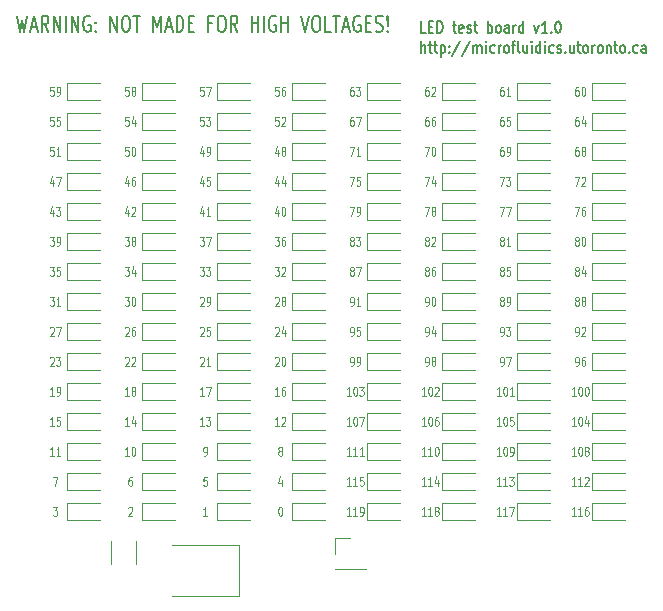
<source format=gto>
G04 #@! TF.FileFunction,Legend,Top*
%FSLAX46Y46*%
G04 Gerber Fmt 4.6, Leading zero omitted, Abs format (unit mm)*
G04 Created by KiCad (PCBNEW 4.0.6) date 05/18/18 10:42:42*
%MOMM*%
%LPD*%
G01*
G04 APERTURE LIST*
%ADD10C,0.150000*%
%ADD11C,0.200000*%
%ADD12C,0.100000*%
%ADD13C,0.120000*%
G04 APERTURE END LIST*
D10*
D11*
X47961905Y-36733333D02*
X48200000Y-38133333D01*
X48390477Y-37133333D01*
X48580953Y-38133333D01*
X48819048Y-36733333D01*
X49152381Y-37733333D02*
X49628572Y-37733333D01*
X49057143Y-38133333D02*
X49390476Y-36733333D01*
X49723810Y-38133333D01*
X50628572Y-38133333D02*
X50295238Y-37466667D01*
X50057143Y-38133333D02*
X50057143Y-36733333D01*
X50438096Y-36733333D01*
X50533334Y-36800000D01*
X50580953Y-36866667D01*
X50628572Y-37000000D01*
X50628572Y-37200000D01*
X50580953Y-37333333D01*
X50533334Y-37400000D01*
X50438096Y-37466667D01*
X50057143Y-37466667D01*
X51057143Y-38133333D02*
X51057143Y-36733333D01*
X51628572Y-38133333D01*
X51628572Y-36733333D01*
X52104762Y-38133333D02*
X52104762Y-36733333D01*
X52580952Y-38133333D02*
X52580952Y-36733333D01*
X53152381Y-38133333D01*
X53152381Y-36733333D01*
X54152381Y-36800000D02*
X54057143Y-36733333D01*
X53914286Y-36733333D01*
X53771428Y-36800000D01*
X53676190Y-36933333D01*
X53628571Y-37066667D01*
X53580952Y-37333333D01*
X53580952Y-37533333D01*
X53628571Y-37800000D01*
X53676190Y-37933333D01*
X53771428Y-38066667D01*
X53914286Y-38133333D01*
X54009524Y-38133333D01*
X54152381Y-38066667D01*
X54200000Y-38000000D01*
X54200000Y-37533333D01*
X54009524Y-37533333D01*
X54628571Y-38000000D02*
X54676190Y-38066667D01*
X54628571Y-38133333D01*
X54580952Y-38066667D01*
X54628571Y-38000000D01*
X54628571Y-38133333D01*
X54628571Y-37266667D02*
X54676190Y-37333333D01*
X54628571Y-37400000D01*
X54580952Y-37333333D01*
X54628571Y-37266667D01*
X54628571Y-37400000D01*
X55866666Y-38133333D02*
X55866666Y-36733333D01*
X56438095Y-38133333D01*
X56438095Y-36733333D01*
X57104761Y-36733333D02*
X57295238Y-36733333D01*
X57390476Y-36800000D01*
X57485714Y-36933333D01*
X57533333Y-37200000D01*
X57533333Y-37666667D01*
X57485714Y-37933333D01*
X57390476Y-38066667D01*
X57295238Y-38133333D01*
X57104761Y-38133333D01*
X57009523Y-38066667D01*
X56914285Y-37933333D01*
X56866666Y-37666667D01*
X56866666Y-37200000D01*
X56914285Y-36933333D01*
X57009523Y-36800000D01*
X57104761Y-36733333D01*
X57819047Y-36733333D02*
X58390476Y-36733333D01*
X58104761Y-38133333D02*
X58104761Y-36733333D01*
X59485714Y-38133333D02*
X59485714Y-36733333D01*
X59819048Y-37733333D01*
X60152381Y-36733333D01*
X60152381Y-38133333D01*
X60580952Y-37733333D02*
X61057143Y-37733333D01*
X60485714Y-38133333D02*
X60819047Y-36733333D01*
X61152381Y-38133333D01*
X61485714Y-38133333D02*
X61485714Y-36733333D01*
X61723809Y-36733333D01*
X61866667Y-36800000D01*
X61961905Y-36933333D01*
X62009524Y-37066667D01*
X62057143Y-37333333D01*
X62057143Y-37533333D01*
X62009524Y-37800000D01*
X61961905Y-37933333D01*
X61866667Y-38066667D01*
X61723809Y-38133333D01*
X61485714Y-38133333D01*
X62485714Y-37400000D02*
X62819048Y-37400000D01*
X62961905Y-38133333D02*
X62485714Y-38133333D01*
X62485714Y-36733333D01*
X62961905Y-36733333D01*
X64485715Y-37400000D02*
X64152381Y-37400000D01*
X64152381Y-38133333D02*
X64152381Y-36733333D01*
X64628572Y-36733333D01*
X65200000Y-36733333D02*
X65390477Y-36733333D01*
X65485715Y-36800000D01*
X65580953Y-36933333D01*
X65628572Y-37200000D01*
X65628572Y-37666667D01*
X65580953Y-37933333D01*
X65485715Y-38066667D01*
X65390477Y-38133333D01*
X65200000Y-38133333D01*
X65104762Y-38066667D01*
X65009524Y-37933333D01*
X64961905Y-37666667D01*
X64961905Y-37200000D01*
X65009524Y-36933333D01*
X65104762Y-36800000D01*
X65200000Y-36733333D01*
X66628572Y-38133333D02*
X66295238Y-37466667D01*
X66057143Y-38133333D02*
X66057143Y-36733333D01*
X66438096Y-36733333D01*
X66533334Y-36800000D01*
X66580953Y-36866667D01*
X66628572Y-37000000D01*
X66628572Y-37200000D01*
X66580953Y-37333333D01*
X66533334Y-37400000D01*
X66438096Y-37466667D01*
X66057143Y-37466667D01*
X67819048Y-38133333D02*
X67819048Y-36733333D01*
X67819048Y-37400000D02*
X68390477Y-37400000D01*
X68390477Y-38133333D02*
X68390477Y-36733333D01*
X68866667Y-38133333D02*
X68866667Y-36733333D01*
X69866667Y-36800000D02*
X69771429Y-36733333D01*
X69628572Y-36733333D01*
X69485714Y-36800000D01*
X69390476Y-36933333D01*
X69342857Y-37066667D01*
X69295238Y-37333333D01*
X69295238Y-37533333D01*
X69342857Y-37800000D01*
X69390476Y-37933333D01*
X69485714Y-38066667D01*
X69628572Y-38133333D01*
X69723810Y-38133333D01*
X69866667Y-38066667D01*
X69914286Y-38000000D01*
X69914286Y-37533333D01*
X69723810Y-37533333D01*
X70342857Y-38133333D02*
X70342857Y-36733333D01*
X70342857Y-37400000D02*
X70914286Y-37400000D01*
X70914286Y-38133333D02*
X70914286Y-36733333D01*
X72009524Y-36733333D02*
X72342857Y-38133333D01*
X72676191Y-36733333D01*
X73200000Y-36733333D02*
X73390477Y-36733333D01*
X73485715Y-36800000D01*
X73580953Y-36933333D01*
X73628572Y-37200000D01*
X73628572Y-37666667D01*
X73580953Y-37933333D01*
X73485715Y-38066667D01*
X73390477Y-38133333D01*
X73200000Y-38133333D01*
X73104762Y-38066667D01*
X73009524Y-37933333D01*
X72961905Y-37666667D01*
X72961905Y-37200000D01*
X73009524Y-36933333D01*
X73104762Y-36800000D01*
X73200000Y-36733333D01*
X74533334Y-38133333D02*
X74057143Y-38133333D01*
X74057143Y-36733333D01*
X74723810Y-36733333D02*
X75295239Y-36733333D01*
X75009524Y-38133333D02*
X75009524Y-36733333D01*
X75580953Y-37733333D02*
X76057144Y-37733333D01*
X75485715Y-38133333D02*
X75819048Y-36733333D01*
X76152382Y-38133333D01*
X77009525Y-36800000D02*
X76914287Y-36733333D01*
X76771430Y-36733333D01*
X76628572Y-36800000D01*
X76533334Y-36933333D01*
X76485715Y-37066667D01*
X76438096Y-37333333D01*
X76438096Y-37533333D01*
X76485715Y-37800000D01*
X76533334Y-37933333D01*
X76628572Y-38066667D01*
X76771430Y-38133333D01*
X76866668Y-38133333D01*
X77009525Y-38066667D01*
X77057144Y-38000000D01*
X77057144Y-37533333D01*
X76866668Y-37533333D01*
X77485715Y-37400000D02*
X77819049Y-37400000D01*
X77961906Y-38133333D02*
X77485715Y-38133333D01*
X77485715Y-36733333D01*
X77961906Y-36733333D01*
X78342858Y-38066667D02*
X78485715Y-38133333D01*
X78723811Y-38133333D01*
X78819049Y-38066667D01*
X78866668Y-38000000D01*
X78914287Y-37866667D01*
X78914287Y-37733333D01*
X78866668Y-37600000D01*
X78819049Y-37533333D01*
X78723811Y-37466667D01*
X78533334Y-37400000D01*
X78438096Y-37333333D01*
X78390477Y-37266667D01*
X78342858Y-37133333D01*
X78342858Y-37000000D01*
X78390477Y-36866667D01*
X78438096Y-36800000D01*
X78533334Y-36733333D01*
X78771430Y-36733333D01*
X78914287Y-36800000D01*
X79342858Y-38000000D02*
X79390477Y-38066667D01*
X79342858Y-38133333D01*
X79295239Y-38066667D01*
X79342858Y-38000000D01*
X79342858Y-38133333D01*
X79342858Y-37600000D02*
X79295239Y-36800000D01*
X79342858Y-36733333D01*
X79390477Y-36800000D01*
X79342858Y-37600000D01*
X79342858Y-36733333D01*
D12*
X95484286Y-42752857D02*
X95373809Y-42752857D01*
X95318571Y-42790000D01*
X95290952Y-42827143D01*
X95235714Y-42938571D01*
X95208095Y-43087143D01*
X95208095Y-43384286D01*
X95235714Y-43458571D01*
X95263333Y-43495714D01*
X95318571Y-43532857D01*
X95429048Y-43532857D01*
X95484286Y-43495714D01*
X95511905Y-43458571D01*
X95539524Y-43384286D01*
X95539524Y-43198571D01*
X95511905Y-43124286D01*
X95484286Y-43087143D01*
X95429048Y-43050000D01*
X95318571Y-43050000D01*
X95263333Y-43087143D01*
X95235714Y-43124286D01*
X95208095Y-43198571D01*
X95898571Y-42752857D02*
X95953810Y-42752857D01*
X96009048Y-42790000D01*
X96036667Y-42827143D01*
X96064286Y-42901429D01*
X96091905Y-43050000D01*
X96091905Y-43235714D01*
X96064286Y-43384286D01*
X96036667Y-43458571D01*
X96009048Y-43495714D01*
X95953810Y-43532857D01*
X95898571Y-43532857D01*
X95843333Y-43495714D01*
X95815714Y-43458571D01*
X95788095Y-43384286D01*
X95760476Y-43235714D01*
X95760476Y-43050000D01*
X95788095Y-42901429D01*
X95815714Y-42827143D01*
X95843333Y-42790000D01*
X95898571Y-42752857D01*
X95484286Y-45292857D02*
X95373809Y-45292857D01*
X95318571Y-45330000D01*
X95290952Y-45367143D01*
X95235714Y-45478571D01*
X95208095Y-45627143D01*
X95208095Y-45924286D01*
X95235714Y-45998571D01*
X95263333Y-46035714D01*
X95318571Y-46072857D01*
X95429048Y-46072857D01*
X95484286Y-46035714D01*
X95511905Y-45998571D01*
X95539524Y-45924286D01*
X95539524Y-45738571D01*
X95511905Y-45664286D01*
X95484286Y-45627143D01*
X95429048Y-45590000D01*
X95318571Y-45590000D01*
X95263333Y-45627143D01*
X95235714Y-45664286D01*
X95208095Y-45738571D01*
X96036667Y-45552857D02*
X96036667Y-46072857D01*
X95898571Y-45255714D02*
X95760476Y-45812857D01*
X96119524Y-45812857D01*
X95484286Y-47832857D02*
X95373809Y-47832857D01*
X95318571Y-47870000D01*
X95290952Y-47907143D01*
X95235714Y-48018571D01*
X95208095Y-48167143D01*
X95208095Y-48464286D01*
X95235714Y-48538571D01*
X95263333Y-48575714D01*
X95318571Y-48612857D01*
X95429048Y-48612857D01*
X95484286Y-48575714D01*
X95511905Y-48538571D01*
X95539524Y-48464286D01*
X95539524Y-48278571D01*
X95511905Y-48204286D01*
X95484286Y-48167143D01*
X95429048Y-48130000D01*
X95318571Y-48130000D01*
X95263333Y-48167143D01*
X95235714Y-48204286D01*
X95208095Y-48278571D01*
X95870952Y-48167143D02*
X95815714Y-48130000D01*
X95788095Y-48092857D01*
X95760476Y-48018571D01*
X95760476Y-47981429D01*
X95788095Y-47907143D01*
X95815714Y-47870000D01*
X95870952Y-47832857D01*
X95981429Y-47832857D01*
X96036667Y-47870000D01*
X96064286Y-47907143D01*
X96091905Y-47981429D01*
X96091905Y-48018571D01*
X96064286Y-48092857D01*
X96036667Y-48130000D01*
X95981429Y-48167143D01*
X95870952Y-48167143D01*
X95815714Y-48204286D01*
X95788095Y-48241429D01*
X95760476Y-48315714D01*
X95760476Y-48464286D01*
X95788095Y-48538571D01*
X95815714Y-48575714D01*
X95870952Y-48612857D01*
X95981429Y-48612857D01*
X96036667Y-48575714D01*
X96064286Y-48538571D01*
X96091905Y-48464286D01*
X96091905Y-48315714D01*
X96064286Y-48241429D01*
X96036667Y-48204286D01*
X95981429Y-48167143D01*
X95180476Y-50372857D02*
X95567143Y-50372857D01*
X95318571Y-51152857D01*
X95760476Y-50447143D02*
X95788095Y-50410000D01*
X95843333Y-50372857D01*
X95981429Y-50372857D01*
X96036667Y-50410000D01*
X96064286Y-50447143D01*
X96091905Y-50521429D01*
X96091905Y-50595714D01*
X96064286Y-50707143D01*
X95732857Y-51152857D01*
X96091905Y-51152857D01*
X95180476Y-52912857D02*
X95567143Y-52912857D01*
X95318571Y-53692857D01*
X96036667Y-52912857D02*
X95926190Y-52912857D01*
X95870952Y-52950000D01*
X95843333Y-52987143D01*
X95788095Y-53098571D01*
X95760476Y-53247143D01*
X95760476Y-53544286D01*
X95788095Y-53618571D01*
X95815714Y-53655714D01*
X95870952Y-53692857D01*
X95981429Y-53692857D01*
X96036667Y-53655714D01*
X96064286Y-53618571D01*
X96091905Y-53544286D01*
X96091905Y-53358571D01*
X96064286Y-53284286D01*
X96036667Y-53247143D01*
X95981429Y-53210000D01*
X95870952Y-53210000D01*
X95815714Y-53247143D01*
X95788095Y-53284286D01*
X95760476Y-53358571D01*
X95318571Y-55787143D02*
X95263333Y-55750000D01*
X95235714Y-55712857D01*
X95208095Y-55638571D01*
X95208095Y-55601429D01*
X95235714Y-55527143D01*
X95263333Y-55490000D01*
X95318571Y-55452857D01*
X95429048Y-55452857D01*
X95484286Y-55490000D01*
X95511905Y-55527143D01*
X95539524Y-55601429D01*
X95539524Y-55638571D01*
X95511905Y-55712857D01*
X95484286Y-55750000D01*
X95429048Y-55787143D01*
X95318571Y-55787143D01*
X95263333Y-55824286D01*
X95235714Y-55861429D01*
X95208095Y-55935714D01*
X95208095Y-56084286D01*
X95235714Y-56158571D01*
X95263333Y-56195714D01*
X95318571Y-56232857D01*
X95429048Y-56232857D01*
X95484286Y-56195714D01*
X95511905Y-56158571D01*
X95539524Y-56084286D01*
X95539524Y-55935714D01*
X95511905Y-55861429D01*
X95484286Y-55824286D01*
X95429048Y-55787143D01*
X95898571Y-55452857D02*
X95953810Y-55452857D01*
X96009048Y-55490000D01*
X96036667Y-55527143D01*
X96064286Y-55601429D01*
X96091905Y-55750000D01*
X96091905Y-55935714D01*
X96064286Y-56084286D01*
X96036667Y-56158571D01*
X96009048Y-56195714D01*
X95953810Y-56232857D01*
X95898571Y-56232857D01*
X95843333Y-56195714D01*
X95815714Y-56158571D01*
X95788095Y-56084286D01*
X95760476Y-55935714D01*
X95760476Y-55750000D01*
X95788095Y-55601429D01*
X95815714Y-55527143D01*
X95843333Y-55490000D01*
X95898571Y-55452857D01*
X95318571Y-58327143D02*
X95263333Y-58290000D01*
X95235714Y-58252857D01*
X95208095Y-58178571D01*
X95208095Y-58141429D01*
X95235714Y-58067143D01*
X95263333Y-58030000D01*
X95318571Y-57992857D01*
X95429048Y-57992857D01*
X95484286Y-58030000D01*
X95511905Y-58067143D01*
X95539524Y-58141429D01*
X95539524Y-58178571D01*
X95511905Y-58252857D01*
X95484286Y-58290000D01*
X95429048Y-58327143D01*
X95318571Y-58327143D01*
X95263333Y-58364286D01*
X95235714Y-58401429D01*
X95208095Y-58475714D01*
X95208095Y-58624286D01*
X95235714Y-58698571D01*
X95263333Y-58735714D01*
X95318571Y-58772857D01*
X95429048Y-58772857D01*
X95484286Y-58735714D01*
X95511905Y-58698571D01*
X95539524Y-58624286D01*
X95539524Y-58475714D01*
X95511905Y-58401429D01*
X95484286Y-58364286D01*
X95429048Y-58327143D01*
X96036667Y-58252857D02*
X96036667Y-58772857D01*
X95898571Y-57955714D02*
X95760476Y-58512857D01*
X96119524Y-58512857D01*
X95318571Y-60867143D02*
X95263333Y-60830000D01*
X95235714Y-60792857D01*
X95208095Y-60718571D01*
X95208095Y-60681429D01*
X95235714Y-60607143D01*
X95263333Y-60570000D01*
X95318571Y-60532857D01*
X95429048Y-60532857D01*
X95484286Y-60570000D01*
X95511905Y-60607143D01*
X95539524Y-60681429D01*
X95539524Y-60718571D01*
X95511905Y-60792857D01*
X95484286Y-60830000D01*
X95429048Y-60867143D01*
X95318571Y-60867143D01*
X95263333Y-60904286D01*
X95235714Y-60941429D01*
X95208095Y-61015714D01*
X95208095Y-61164286D01*
X95235714Y-61238571D01*
X95263333Y-61275714D01*
X95318571Y-61312857D01*
X95429048Y-61312857D01*
X95484286Y-61275714D01*
X95511905Y-61238571D01*
X95539524Y-61164286D01*
X95539524Y-61015714D01*
X95511905Y-60941429D01*
X95484286Y-60904286D01*
X95429048Y-60867143D01*
X95870952Y-60867143D02*
X95815714Y-60830000D01*
X95788095Y-60792857D01*
X95760476Y-60718571D01*
X95760476Y-60681429D01*
X95788095Y-60607143D01*
X95815714Y-60570000D01*
X95870952Y-60532857D01*
X95981429Y-60532857D01*
X96036667Y-60570000D01*
X96064286Y-60607143D01*
X96091905Y-60681429D01*
X96091905Y-60718571D01*
X96064286Y-60792857D01*
X96036667Y-60830000D01*
X95981429Y-60867143D01*
X95870952Y-60867143D01*
X95815714Y-60904286D01*
X95788095Y-60941429D01*
X95760476Y-61015714D01*
X95760476Y-61164286D01*
X95788095Y-61238571D01*
X95815714Y-61275714D01*
X95870952Y-61312857D01*
X95981429Y-61312857D01*
X96036667Y-61275714D01*
X96064286Y-61238571D01*
X96091905Y-61164286D01*
X96091905Y-61015714D01*
X96064286Y-60941429D01*
X96036667Y-60904286D01*
X95981429Y-60867143D01*
X95263333Y-63852857D02*
X95373809Y-63852857D01*
X95429048Y-63815714D01*
X95456667Y-63778571D01*
X95511905Y-63667143D01*
X95539524Y-63518571D01*
X95539524Y-63221429D01*
X95511905Y-63147143D01*
X95484286Y-63110000D01*
X95429048Y-63072857D01*
X95318571Y-63072857D01*
X95263333Y-63110000D01*
X95235714Y-63147143D01*
X95208095Y-63221429D01*
X95208095Y-63407143D01*
X95235714Y-63481429D01*
X95263333Y-63518571D01*
X95318571Y-63555714D01*
X95429048Y-63555714D01*
X95484286Y-63518571D01*
X95511905Y-63481429D01*
X95539524Y-63407143D01*
X95760476Y-63147143D02*
X95788095Y-63110000D01*
X95843333Y-63072857D01*
X95981429Y-63072857D01*
X96036667Y-63110000D01*
X96064286Y-63147143D01*
X96091905Y-63221429D01*
X96091905Y-63295714D01*
X96064286Y-63407143D01*
X95732857Y-63852857D01*
X96091905Y-63852857D01*
X95263333Y-66392857D02*
X95373809Y-66392857D01*
X95429048Y-66355714D01*
X95456667Y-66318571D01*
X95511905Y-66207143D01*
X95539524Y-66058571D01*
X95539524Y-65761429D01*
X95511905Y-65687143D01*
X95484286Y-65650000D01*
X95429048Y-65612857D01*
X95318571Y-65612857D01*
X95263333Y-65650000D01*
X95235714Y-65687143D01*
X95208095Y-65761429D01*
X95208095Y-65947143D01*
X95235714Y-66021429D01*
X95263333Y-66058571D01*
X95318571Y-66095714D01*
X95429048Y-66095714D01*
X95484286Y-66058571D01*
X95511905Y-66021429D01*
X95539524Y-65947143D01*
X96036667Y-65612857D02*
X95926190Y-65612857D01*
X95870952Y-65650000D01*
X95843333Y-65687143D01*
X95788095Y-65798571D01*
X95760476Y-65947143D01*
X95760476Y-66244286D01*
X95788095Y-66318571D01*
X95815714Y-66355714D01*
X95870952Y-66392857D01*
X95981429Y-66392857D01*
X96036667Y-66355714D01*
X96064286Y-66318571D01*
X96091905Y-66244286D01*
X96091905Y-66058571D01*
X96064286Y-65984286D01*
X96036667Y-65947143D01*
X95981429Y-65910000D01*
X95870952Y-65910000D01*
X95815714Y-65947143D01*
X95788095Y-65984286D01*
X95760476Y-66058571D01*
X95263334Y-68932857D02*
X94931905Y-68932857D01*
X95097619Y-68932857D02*
X95097619Y-68152857D01*
X95042381Y-68264286D01*
X94987143Y-68338571D01*
X94931905Y-68375714D01*
X95622381Y-68152857D02*
X95677620Y-68152857D01*
X95732858Y-68190000D01*
X95760477Y-68227143D01*
X95788096Y-68301429D01*
X95815715Y-68450000D01*
X95815715Y-68635714D01*
X95788096Y-68784286D01*
X95760477Y-68858571D01*
X95732858Y-68895714D01*
X95677620Y-68932857D01*
X95622381Y-68932857D01*
X95567143Y-68895714D01*
X95539524Y-68858571D01*
X95511905Y-68784286D01*
X95484286Y-68635714D01*
X95484286Y-68450000D01*
X95511905Y-68301429D01*
X95539524Y-68227143D01*
X95567143Y-68190000D01*
X95622381Y-68152857D01*
X96174762Y-68152857D02*
X96230001Y-68152857D01*
X96285239Y-68190000D01*
X96312858Y-68227143D01*
X96340477Y-68301429D01*
X96368096Y-68450000D01*
X96368096Y-68635714D01*
X96340477Y-68784286D01*
X96312858Y-68858571D01*
X96285239Y-68895714D01*
X96230001Y-68932857D01*
X96174762Y-68932857D01*
X96119524Y-68895714D01*
X96091905Y-68858571D01*
X96064286Y-68784286D01*
X96036667Y-68635714D01*
X96036667Y-68450000D01*
X96064286Y-68301429D01*
X96091905Y-68227143D01*
X96119524Y-68190000D01*
X96174762Y-68152857D01*
X95263334Y-71472857D02*
X94931905Y-71472857D01*
X95097619Y-71472857D02*
X95097619Y-70692857D01*
X95042381Y-70804286D01*
X94987143Y-70878571D01*
X94931905Y-70915714D01*
X95622381Y-70692857D02*
X95677620Y-70692857D01*
X95732858Y-70730000D01*
X95760477Y-70767143D01*
X95788096Y-70841429D01*
X95815715Y-70990000D01*
X95815715Y-71175714D01*
X95788096Y-71324286D01*
X95760477Y-71398571D01*
X95732858Y-71435714D01*
X95677620Y-71472857D01*
X95622381Y-71472857D01*
X95567143Y-71435714D01*
X95539524Y-71398571D01*
X95511905Y-71324286D01*
X95484286Y-71175714D01*
X95484286Y-70990000D01*
X95511905Y-70841429D01*
X95539524Y-70767143D01*
X95567143Y-70730000D01*
X95622381Y-70692857D01*
X96312858Y-70952857D02*
X96312858Y-71472857D01*
X96174762Y-70655714D02*
X96036667Y-71212857D01*
X96395715Y-71212857D01*
X95263334Y-74012857D02*
X94931905Y-74012857D01*
X95097619Y-74012857D02*
X95097619Y-73232857D01*
X95042381Y-73344286D01*
X94987143Y-73418571D01*
X94931905Y-73455714D01*
X95622381Y-73232857D02*
X95677620Y-73232857D01*
X95732858Y-73270000D01*
X95760477Y-73307143D01*
X95788096Y-73381429D01*
X95815715Y-73530000D01*
X95815715Y-73715714D01*
X95788096Y-73864286D01*
X95760477Y-73938571D01*
X95732858Y-73975714D01*
X95677620Y-74012857D01*
X95622381Y-74012857D01*
X95567143Y-73975714D01*
X95539524Y-73938571D01*
X95511905Y-73864286D01*
X95484286Y-73715714D01*
X95484286Y-73530000D01*
X95511905Y-73381429D01*
X95539524Y-73307143D01*
X95567143Y-73270000D01*
X95622381Y-73232857D01*
X96147143Y-73567143D02*
X96091905Y-73530000D01*
X96064286Y-73492857D01*
X96036667Y-73418571D01*
X96036667Y-73381429D01*
X96064286Y-73307143D01*
X96091905Y-73270000D01*
X96147143Y-73232857D01*
X96257620Y-73232857D01*
X96312858Y-73270000D01*
X96340477Y-73307143D01*
X96368096Y-73381429D01*
X96368096Y-73418571D01*
X96340477Y-73492857D01*
X96312858Y-73530000D01*
X96257620Y-73567143D01*
X96147143Y-73567143D01*
X96091905Y-73604286D01*
X96064286Y-73641429D01*
X96036667Y-73715714D01*
X96036667Y-73864286D01*
X96064286Y-73938571D01*
X96091905Y-73975714D01*
X96147143Y-74012857D01*
X96257620Y-74012857D01*
X96312858Y-73975714D01*
X96340477Y-73938571D01*
X96368096Y-73864286D01*
X96368096Y-73715714D01*
X96340477Y-73641429D01*
X96312858Y-73604286D01*
X96257620Y-73567143D01*
X95263334Y-76552857D02*
X94931905Y-76552857D01*
X95097619Y-76552857D02*
X95097619Y-75772857D01*
X95042381Y-75884286D01*
X94987143Y-75958571D01*
X94931905Y-75995714D01*
X95815715Y-76552857D02*
X95484286Y-76552857D01*
X95650000Y-76552857D02*
X95650000Y-75772857D01*
X95594762Y-75884286D01*
X95539524Y-75958571D01*
X95484286Y-75995714D01*
X96036667Y-75847143D02*
X96064286Y-75810000D01*
X96119524Y-75772857D01*
X96257620Y-75772857D01*
X96312858Y-75810000D01*
X96340477Y-75847143D01*
X96368096Y-75921429D01*
X96368096Y-75995714D01*
X96340477Y-76107143D01*
X96009048Y-76552857D01*
X96368096Y-76552857D01*
X95263334Y-79092857D02*
X94931905Y-79092857D01*
X95097619Y-79092857D02*
X95097619Y-78312857D01*
X95042381Y-78424286D01*
X94987143Y-78498571D01*
X94931905Y-78535714D01*
X95815715Y-79092857D02*
X95484286Y-79092857D01*
X95650000Y-79092857D02*
X95650000Y-78312857D01*
X95594762Y-78424286D01*
X95539524Y-78498571D01*
X95484286Y-78535714D01*
X96312858Y-78312857D02*
X96202381Y-78312857D01*
X96147143Y-78350000D01*
X96119524Y-78387143D01*
X96064286Y-78498571D01*
X96036667Y-78647143D01*
X96036667Y-78944286D01*
X96064286Y-79018571D01*
X96091905Y-79055714D01*
X96147143Y-79092857D01*
X96257620Y-79092857D01*
X96312858Y-79055714D01*
X96340477Y-79018571D01*
X96368096Y-78944286D01*
X96368096Y-78758571D01*
X96340477Y-78684286D01*
X96312858Y-78647143D01*
X96257620Y-78610000D01*
X96147143Y-78610000D01*
X96091905Y-78647143D01*
X96064286Y-78684286D01*
X96036667Y-78758571D01*
X89134286Y-42752857D02*
X89023809Y-42752857D01*
X88968571Y-42790000D01*
X88940952Y-42827143D01*
X88885714Y-42938571D01*
X88858095Y-43087143D01*
X88858095Y-43384286D01*
X88885714Y-43458571D01*
X88913333Y-43495714D01*
X88968571Y-43532857D01*
X89079048Y-43532857D01*
X89134286Y-43495714D01*
X89161905Y-43458571D01*
X89189524Y-43384286D01*
X89189524Y-43198571D01*
X89161905Y-43124286D01*
X89134286Y-43087143D01*
X89079048Y-43050000D01*
X88968571Y-43050000D01*
X88913333Y-43087143D01*
X88885714Y-43124286D01*
X88858095Y-43198571D01*
X89741905Y-43532857D02*
X89410476Y-43532857D01*
X89576190Y-43532857D02*
X89576190Y-42752857D01*
X89520952Y-42864286D01*
X89465714Y-42938571D01*
X89410476Y-42975714D01*
X89134286Y-45292857D02*
X89023809Y-45292857D01*
X88968571Y-45330000D01*
X88940952Y-45367143D01*
X88885714Y-45478571D01*
X88858095Y-45627143D01*
X88858095Y-45924286D01*
X88885714Y-45998571D01*
X88913333Y-46035714D01*
X88968571Y-46072857D01*
X89079048Y-46072857D01*
X89134286Y-46035714D01*
X89161905Y-45998571D01*
X89189524Y-45924286D01*
X89189524Y-45738571D01*
X89161905Y-45664286D01*
X89134286Y-45627143D01*
X89079048Y-45590000D01*
X88968571Y-45590000D01*
X88913333Y-45627143D01*
X88885714Y-45664286D01*
X88858095Y-45738571D01*
X89714286Y-45292857D02*
X89438095Y-45292857D01*
X89410476Y-45664286D01*
X89438095Y-45627143D01*
X89493333Y-45590000D01*
X89631429Y-45590000D01*
X89686667Y-45627143D01*
X89714286Y-45664286D01*
X89741905Y-45738571D01*
X89741905Y-45924286D01*
X89714286Y-45998571D01*
X89686667Y-46035714D01*
X89631429Y-46072857D01*
X89493333Y-46072857D01*
X89438095Y-46035714D01*
X89410476Y-45998571D01*
X89134286Y-47832857D02*
X89023809Y-47832857D01*
X88968571Y-47870000D01*
X88940952Y-47907143D01*
X88885714Y-48018571D01*
X88858095Y-48167143D01*
X88858095Y-48464286D01*
X88885714Y-48538571D01*
X88913333Y-48575714D01*
X88968571Y-48612857D01*
X89079048Y-48612857D01*
X89134286Y-48575714D01*
X89161905Y-48538571D01*
X89189524Y-48464286D01*
X89189524Y-48278571D01*
X89161905Y-48204286D01*
X89134286Y-48167143D01*
X89079048Y-48130000D01*
X88968571Y-48130000D01*
X88913333Y-48167143D01*
X88885714Y-48204286D01*
X88858095Y-48278571D01*
X89465714Y-48612857D02*
X89576190Y-48612857D01*
X89631429Y-48575714D01*
X89659048Y-48538571D01*
X89714286Y-48427143D01*
X89741905Y-48278571D01*
X89741905Y-47981429D01*
X89714286Y-47907143D01*
X89686667Y-47870000D01*
X89631429Y-47832857D01*
X89520952Y-47832857D01*
X89465714Y-47870000D01*
X89438095Y-47907143D01*
X89410476Y-47981429D01*
X89410476Y-48167143D01*
X89438095Y-48241429D01*
X89465714Y-48278571D01*
X89520952Y-48315714D01*
X89631429Y-48315714D01*
X89686667Y-48278571D01*
X89714286Y-48241429D01*
X89741905Y-48167143D01*
X88830476Y-50372857D02*
X89217143Y-50372857D01*
X88968571Y-51152857D01*
X89382857Y-50372857D02*
X89741905Y-50372857D01*
X89548571Y-50670000D01*
X89631429Y-50670000D01*
X89686667Y-50707143D01*
X89714286Y-50744286D01*
X89741905Y-50818571D01*
X89741905Y-51004286D01*
X89714286Y-51078571D01*
X89686667Y-51115714D01*
X89631429Y-51152857D01*
X89465714Y-51152857D01*
X89410476Y-51115714D01*
X89382857Y-51078571D01*
X88830476Y-52912857D02*
X89217143Y-52912857D01*
X88968571Y-53692857D01*
X89382857Y-52912857D02*
X89769524Y-52912857D01*
X89520952Y-53692857D01*
X88968571Y-55787143D02*
X88913333Y-55750000D01*
X88885714Y-55712857D01*
X88858095Y-55638571D01*
X88858095Y-55601429D01*
X88885714Y-55527143D01*
X88913333Y-55490000D01*
X88968571Y-55452857D01*
X89079048Y-55452857D01*
X89134286Y-55490000D01*
X89161905Y-55527143D01*
X89189524Y-55601429D01*
X89189524Y-55638571D01*
X89161905Y-55712857D01*
X89134286Y-55750000D01*
X89079048Y-55787143D01*
X88968571Y-55787143D01*
X88913333Y-55824286D01*
X88885714Y-55861429D01*
X88858095Y-55935714D01*
X88858095Y-56084286D01*
X88885714Y-56158571D01*
X88913333Y-56195714D01*
X88968571Y-56232857D01*
X89079048Y-56232857D01*
X89134286Y-56195714D01*
X89161905Y-56158571D01*
X89189524Y-56084286D01*
X89189524Y-55935714D01*
X89161905Y-55861429D01*
X89134286Y-55824286D01*
X89079048Y-55787143D01*
X89741905Y-56232857D02*
X89410476Y-56232857D01*
X89576190Y-56232857D02*
X89576190Y-55452857D01*
X89520952Y-55564286D01*
X89465714Y-55638571D01*
X89410476Y-55675714D01*
X88968571Y-58327143D02*
X88913333Y-58290000D01*
X88885714Y-58252857D01*
X88858095Y-58178571D01*
X88858095Y-58141429D01*
X88885714Y-58067143D01*
X88913333Y-58030000D01*
X88968571Y-57992857D01*
X89079048Y-57992857D01*
X89134286Y-58030000D01*
X89161905Y-58067143D01*
X89189524Y-58141429D01*
X89189524Y-58178571D01*
X89161905Y-58252857D01*
X89134286Y-58290000D01*
X89079048Y-58327143D01*
X88968571Y-58327143D01*
X88913333Y-58364286D01*
X88885714Y-58401429D01*
X88858095Y-58475714D01*
X88858095Y-58624286D01*
X88885714Y-58698571D01*
X88913333Y-58735714D01*
X88968571Y-58772857D01*
X89079048Y-58772857D01*
X89134286Y-58735714D01*
X89161905Y-58698571D01*
X89189524Y-58624286D01*
X89189524Y-58475714D01*
X89161905Y-58401429D01*
X89134286Y-58364286D01*
X89079048Y-58327143D01*
X89714286Y-57992857D02*
X89438095Y-57992857D01*
X89410476Y-58364286D01*
X89438095Y-58327143D01*
X89493333Y-58290000D01*
X89631429Y-58290000D01*
X89686667Y-58327143D01*
X89714286Y-58364286D01*
X89741905Y-58438571D01*
X89741905Y-58624286D01*
X89714286Y-58698571D01*
X89686667Y-58735714D01*
X89631429Y-58772857D01*
X89493333Y-58772857D01*
X89438095Y-58735714D01*
X89410476Y-58698571D01*
X88968571Y-60867143D02*
X88913333Y-60830000D01*
X88885714Y-60792857D01*
X88858095Y-60718571D01*
X88858095Y-60681429D01*
X88885714Y-60607143D01*
X88913333Y-60570000D01*
X88968571Y-60532857D01*
X89079048Y-60532857D01*
X89134286Y-60570000D01*
X89161905Y-60607143D01*
X89189524Y-60681429D01*
X89189524Y-60718571D01*
X89161905Y-60792857D01*
X89134286Y-60830000D01*
X89079048Y-60867143D01*
X88968571Y-60867143D01*
X88913333Y-60904286D01*
X88885714Y-60941429D01*
X88858095Y-61015714D01*
X88858095Y-61164286D01*
X88885714Y-61238571D01*
X88913333Y-61275714D01*
X88968571Y-61312857D01*
X89079048Y-61312857D01*
X89134286Y-61275714D01*
X89161905Y-61238571D01*
X89189524Y-61164286D01*
X89189524Y-61015714D01*
X89161905Y-60941429D01*
X89134286Y-60904286D01*
X89079048Y-60867143D01*
X89465714Y-61312857D02*
X89576190Y-61312857D01*
X89631429Y-61275714D01*
X89659048Y-61238571D01*
X89714286Y-61127143D01*
X89741905Y-60978571D01*
X89741905Y-60681429D01*
X89714286Y-60607143D01*
X89686667Y-60570000D01*
X89631429Y-60532857D01*
X89520952Y-60532857D01*
X89465714Y-60570000D01*
X89438095Y-60607143D01*
X89410476Y-60681429D01*
X89410476Y-60867143D01*
X89438095Y-60941429D01*
X89465714Y-60978571D01*
X89520952Y-61015714D01*
X89631429Y-61015714D01*
X89686667Y-60978571D01*
X89714286Y-60941429D01*
X89741905Y-60867143D01*
X88913333Y-63852857D02*
X89023809Y-63852857D01*
X89079048Y-63815714D01*
X89106667Y-63778571D01*
X89161905Y-63667143D01*
X89189524Y-63518571D01*
X89189524Y-63221429D01*
X89161905Y-63147143D01*
X89134286Y-63110000D01*
X89079048Y-63072857D01*
X88968571Y-63072857D01*
X88913333Y-63110000D01*
X88885714Y-63147143D01*
X88858095Y-63221429D01*
X88858095Y-63407143D01*
X88885714Y-63481429D01*
X88913333Y-63518571D01*
X88968571Y-63555714D01*
X89079048Y-63555714D01*
X89134286Y-63518571D01*
X89161905Y-63481429D01*
X89189524Y-63407143D01*
X89382857Y-63072857D02*
X89741905Y-63072857D01*
X89548571Y-63370000D01*
X89631429Y-63370000D01*
X89686667Y-63407143D01*
X89714286Y-63444286D01*
X89741905Y-63518571D01*
X89741905Y-63704286D01*
X89714286Y-63778571D01*
X89686667Y-63815714D01*
X89631429Y-63852857D01*
X89465714Y-63852857D01*
X89410476Y-63815714D01*
X89382857Y-63778571D01*
X88913333Y-66392857D02*
X89023809Y-66392857D01*
X89079048Y-66355714D01*
X89106667Y-66318571D01*
X89161905Y-66207143D01*
X89189524Y-66058571D01*
X89189524Y-65761429D01*
X89161905Y-65687143D01*
X89134286Y-65650000D01*
X89079048Y-65612857D01*
X88968571Y-65612857D01*
X88913333Y-65650000D01*
X88885714Y-65687143D01*
X88858095Y-65761429D01*
X88858095Y-65947143D01*
X88885714Y-66021429D01*
X88913333Y-66058571D01*
X88968571Y-66095714D01*
X89079048Y-66095714D01*
X89134286Y-66058571D01*
X89161905Y-66021429D01*
X89189524Y-65947143D01*
X89382857Y-65612857D02*
X89769524Y-65612857D01*
X89520952Y-66392857D01*
X88913334Y-68932857D02*
X88581905Y-68932857D01*
X88747619Y-68932857D02*
X88747619Y-68152857D01*
X88692381Y-68264286D01*
X88637143Y-68338571D01*
X88581905Y-68375714D01*
X89272381Y-68152857D02*
X89327620Y-68152857D01*
X89382858Y-68190000D01*
X89410477Y-68227143D01*
X89438096Y-68301429D01*
X89465715Y-68450000D01*
X89465715Y-68635714D01*
X89438096Y-68784286D01*
X89410477Y-68858571D01*
X89382858Y-68895714D01*
X89327620Y-68932857D01*
X89272381Y-68932857D01*
X89217143Y-68895714D01*
X89189524Y-68858571D01*
X89161905Y-68784286D01*
X89134286Y-68635714D01*
X89134286Y-68450000D01*
X89161905Y-68301429D01*
X89189524Y-68227143D01*
X89217143Y-68190000D01*
X89272381Y-68152857D01*
X90018096Y-68932857D02*
X89686667Y-68932857D01*
X89852381Y-68932857D02*
X89852381Y-68152857D01*
X89797143Y-68264286D01*
X89741905Y-68338571D01*
X89686667Y-68375714D01*
X88913334Y-71472857D02*
X88581905Y-71472857D01*
X88747619Y-71472857D02*
X88747619Y-70692857D01*
X88692381Y-70804286D01*
X88637143Y-70878571D01*
X88581905Y-70915714D01*
X89272381Y-70692857D02*
X89327620Y-70692857D01*
X89382858Y-70730000D01*
X89410477Y-70767143D01*
X89438096Y-70841429D01*
X89465715Y-70990000D01*
X89465715Y-71175714D01*
X89438096Y-71324286D01*
X89410477Y-71398571D01*
X89382858Y-71435714D01*
X89327620Y-71472857D01*
X89272381Y-71472857D01*
X89217143Y-71435714D01*
X89189524Y-71398571D01*
X89161905Y-71324286D01*
X89134286Y-71175714D01*
X89134286Y-70990000D01*
X89161905Y-70841429D01*
X89189524Y-70767143D01*
X89217143Y-70730000D01*
X89272381Y-70692857D01*
X89990477Y-70692857D02*
X89714286Y-70692857D01*
X89686667Y-71064286D01*
X89714286Y-71027143D01*
X89769524Y-70990000D01*
X89907620Y-70990000D01*
X89962858Y-71027143D01*
X89990477Y-71064286D01*
X90018096Y-71138571D01*
X90018096Y-71324286D01*
X89990477Y-71398571D01*
X89962858Y-71435714D01*
X89907620Y-71472857D01*
X89769524Y-71472857D01*
X89714286Y-71435714D01*
X89686667Y-71398571D01*
X88913334Y-74012857D02*
X88581905Y-74012857D01*
X88747619Y-74012857D02*
X88747619Y-73232857D01*
X88692381Y-73344286D01*
X88637143Y-73418571D01*
X88581905Y-73455714D01*
X89272381Y-73232857D02*
X89327620Y-73232857D01*
X89382858Y-73270000D01*
X89410477Y-73307143D01*
X89438096Y-73381429D01*
X89465715Y-73530000D01*
X89465715Y-73715714D01*
X89438096Y-73864286D01*
X89410477Y-73938571D01*
X89382858Y-73975714D01*
X89327620Y-74012857D01*
X89272381Y-74012857D01*
X89217143Y-73975714D01*
X89189524Y-73938571D01*
X89161905Y-73864286D01*
X89134286Y-73715714D01*
X89134286Y-73530000D01*
X89161905Y-73381429D01*
X89189524Y-73307143D01*
X89217143Y-73270000D01*
X89272381Y-73232857D01*
X89741905Y-74012857D02*
X89852381Y-74012857D01*
X89907620Y-73975714D01*
X89935239Y-73938571D01*
X89990477Y-73827143D01*
X90018096Y-73678571D01*
X90018096Y-73381429D01*
X89990477Y-73307143D01*
X89962858Y-73270000D01*
X89907620Y-73232857D01*
X89797143Y-73232857D01*
X89741905Y-73270000D01*
X89714286Y-73307143D01*
X89686667Y-73381429D01*
X89686667Y-73567143D01*
X89714286Y-73641429D01*
X89741905Y-73678571D01*
X89797143Y-73715714D01*
X89907620Y-73715714D01*
X89962858Y-73678571D01*
X89990477Y-73641429D01*
X90018096Y-73567143D01*
X88913334Y-76552857D02*
X88581905Y-76552857D01*
X88747619Y-76552857D02*
X88747619Y-75772857D01*
X88692381Y-75884286D01*
X88637143Y-75958571D01*
X88581905Y-75995714D01*
X89465715Y-76552857D02*
X89134286Y-76552857D01*
X89300000Y-76552857D02*
X89300000Y-75772857D01*
X89244762Y-75884286D01*
X89189524Y-75958571D01*
X89134286Y-75995714D01*
X89659048Y-75772857D02*
X90018096Y-75772857D01*
X89824762Y-76070000D01*
X89907620Y-76070000D01*
X89962858Y-76107143D01*
X89990477Y-76144286D01*
X90018096Y-76218571D01*
X90018096Y-76404286D01*
X89990477Y-76478571D01*
X89962858Y-76515714D01*
X89907620Y-76552857D01*
X89741905Y-76552857D01*
X89686667Y-76515714D01*
X89659048Y-76478571D01*
X88913334Y-79092857D02*
X88581905Y-79092857D01*
X88747619Y-79092857D02*
X88747619Y-78312857D01*
X88692381Y-78424286D01*
X88637143Y-78498571D01*
X88581905Y-78535714D01*
X89465715Y-79092857D02*
X89134286Y-79092857D01*
X89300000Y-79092857D02*
X89300000Y-78312857D01*
X89244762Y-78424286D01*
X89189524Y-78498571D01*
X89134286Y-78535714D01*
X89659048Y-78312857D02*
X90045715Y-78312857D01*
X89797143Y-79092857D01*
X82784286Y-42752857D02*
X82673809Y-42752857D01*
X82618571Y-42790000D01*
X82590952Y-42827143D01*
X82535714Y-42938571D01*
X82508095Y-43087143D01*
X82508095Y-43384286D01*
X82535714Y-43458571D01*
X82563333Y-43495714D01*
X82618571Y-43532857D01*
X82729048Y-43532857D01*
X82784286Y-43495714D01*
X82811905Y-43458571D01*
X82839524Y-43384286D01*
X82839524Y-43198571D01*
X82811905Y-43124286D01*
X82784286Y-43087143D01*
X82729048Y-43050000D01*
X82618571Y-43050000D01*
X82563333Y-43087143D01*
X82535714Y-43124286D01*
X82508095Y-43198571D01*
X83060476Y-42827143D02*
X83088095Y-42790000D01*
X83143333Y-42752857D01*
X83281429Y-42752857D01*
X83336667Y-42790000D01*
X83364286Y-42827143D01*
X83391905Y-42901429D01*
X83391905Y-42975714D01*
X83364286Y-43087143D01*
X83032857Y-43532857D01*
X83391905Y-43532857D01*
X82784286Y-45292857D02*
X82673809Y-45292857D01*
X82618571Y-45330000D01*
X82590952Y-45367143D01*
X82535714Y-45478571D01*
X82508095Y-45627143D01*
X82508095Y-45924286D01*
X82535714Y-45998571D01*
X82563333Y-46035714D01*
X82618571Y-46072857D01*
X82729048Y-46072857D01*
X82784286Y-46035714D01*
X82811905Y-45998571D01*
X82839524Y-45924286D01*
X82839524Y-45738571D01*
X82811905Y-45664286D01*
X82784286Y-45627143D01*
X82729048Y-45590000D01*
X82618571Y-45590000D01*
X82563333Y-45627143D01*
X82535714Y-45664286D01*
X82508095Y-45738571D01*
X83336667Y-45292857D02*
X83226190Y-45292857D01*
X83170952Y-45330000D01*
X83143333Y-45367143D01*
X83088095Y-45478571D01*
X83060476Y-45627143D01*
X83060476Y-45924286D01*
X83088095Y-45998571D01*
X83115714Y-46035714D01*
X83170952Y-46072857D01*
X83281429Y-46072857D01*
X83336667Y-46035714D01*
X83364286Y-45998571D01*
X83391905Y-45924286D01*
X83391905Y-45738571D01*
X83364286Y-45664286D01*
X83336667Y-45627143D01*
X83281429Y-45590000D01*
X83170952Y-45590000D01*
X83115714Y-45627143D01*
X83088095Y-45664286D01*
X83060476Y-45738571D01*
X82480476Y-47832857D02*
X82867143Y-47832857D01*
X82618571Y-48612857D01*
X83198571Y-47832857D02*
X83253810Y-47832857D01*
X83309048Y-47870000D01*
X83336667Y-47907143D01*
X83364286Y-47981429D01*
X83391905Y-48130000D01*
X83391905Y-48315714D01*
X83364286Y-48464286D01*
X83336667Y-48538571D01*
X83309048Y-48575714D01*
X83253810Y-48612857D01*
X83198571Y-48612857D01*
X83143333Y-48575714D01*
X83115714Y-48538571D01*
X83088095Y-48464286D01*
X83060476Y-48315714D01*
X83060476Y-48130000D01*
X83088095Y-47981429D01*
X83115714Y-47907143D01*
X83143333Y-47870000D01*
X83198571Y-47832857D01*
X82480476Y-50372857D02*
X82867143Y-50372857D01*
X82618571Y-51152857D01*
X83336667Y-50632857D02*
X83336667Y-51152857D01*
X83198571Y-50335714D02*
X83060476Y-50892857D01*
X83419524Y-50892857D01*
X82480476Y-52912857D02*
X82867143Y-52912857D01*
X82618571Y-53692857D01*
X83170952Y-53247143D02*
X83115714Y-53210000D01*
X83088095Y-53172857D01*
X83060476Y-53098571D01*
X83060476Y-53061429D01*
X83088095Y-52987143D01*
X83115714Y-52950000D01*
X83170952Y-52912857D01*
X83281429Y-52912857D01*
X83336667Y-52950000D01*
X83364286Y-52987143D01*
X83391905Y-53061429D01*
X83391905Y-53098571D01*
X83364286Y-53172857D01*
X83336667Y-53210000D01*
X83281429Y-53247143D01*
X83170952Y-53247143D01*
X83115714Y-53284286D01*
X83088095Y-53321429D01*
X83060476Y-53395714D01*
X83060476Y-53544286D01*
X83088095Y-53618571D01*
X83115714Y-53655714D01*
X83170952Y-53692857D01*
X83281429Y-53692857D01*
X83336667Y-53655714D01*
X83364286Y-53618571D01*
X83391905Y-53544286D01*
X83391905Y-53395714D01*
X83364286Y-53321429D01*
X83336667Y-53284286D01*
X83281429Y-53247143D01*
X82618571Y-55787143D02*
X82563333Y-55750000D01*
X82535714Y-55712857D01*
X82508095Y-55638571D01*
X82508095Y-55601429D01*
X82535714Y-55527143D01*
X82563333Y-55490000D01*
X82618571Y-55452857D01*
X82729048Y-55452857D01*
X82784286Y-55490000D01*
X82811905Y-55527143D01*
X82839524Y-55601429D01*
X82839524Y-55638571D01*
X82811905Y-55712857D01*
X82784286Y-55750000D01*
X82729048Y-55787143D01*
X82618571Y-55787143D01*
X82563333Y-55824286D01*
X82535714Y-55861429D01*
X82508095Y-55935714D01*
X82508095Y-56084286D01*
X82535714Y-56158571D01*
X82563333Y-56195714D01*
X82618571Y-56232857D01*
X82729048Y-56232857D01*
X82784286Y-56195714D01*
X82811905Y-56158571D01*
X82839524Y-56084286D01*
X82839524Y-55935714D01*
X82811905Y-55861429D01*
X82784286Y-55824286D01*
X82729048Y-55787143D01*
X83060476Y-55527143D02*
X83088095Y-55490000D01*
X83143333Y-55452857D01*
X83281429Y-55452857D01*
X83336667Y-55490000D01*
X83364286Y-55527143D01*
X83391905Y-55601429D01*
X83391905Y-55675714D01*
X83364286Y-55787143D01*
X83032857Y-56232857D01*
X83391905Y-56232857D01*
X82618571Y-58327143D02*
X82563333Y-58290000D01*
X82535714Y-58252857D01*
X82508095Y-58178571D01*
X82508095Y-58141429D01*
X82535714Y-58067143D01*
X82563333Y-58030000D01*
X82618571Y-57992857D01*
X82729048Y-57992857D01*
X82784286Y-58030000D01*
X82811905Y-58067143D01*
X82839524Y-58141429D01*
X82839524Y-58178571D01*
X82811905Y-58252857D01*
X82784286Y-58290000D01*
X82729048Y-58327143D01*
X82618571Y-58327143D01*
X82563333Y-58364286D01*
X82535714Y-58401429D01*
X82508095Y-58475714D01*
X82508095Y-58624286D01*
X82535714Y-58698571D01*
X82563333Y-58735714D01*
X82618571Y-58772857D01*
X82729048Y-58772857D01*
X82784286Y-58735714D01*
X82811905Y-58698571D01*
X82839524Y-58624286D01*
X82839524Y-58475714D01*
X82811905Y-58401429D01*
X82784286Y-58364286D01*
X82729048Y-58327143D01*
X83336667Y-57992857D02*
X83226190Y-57992857D01*
X83170952Y-58030000D01*
X83143333Y-58067143D01*
X83088095Y-58178571D01*
X83060476Y-58327143D01*
X83060476Y-58624286D01*
X83088095Y-58698571D01*
X83115714Y-58735714D01*
X83170952Y-58772857D01*
X83281429Y-58772857D01*
X83336667Y-58735714D01*
X83364286Y-58698571D01*
X83391905Y-58624286D01*
X83391905Y-58438571D01*
X83364286Y-58364286D01*
X83336667Y-58327143D01*
X83281429Y-58290000D01*
X83170952Y-58290000D01*
X83115714Y-58327143D01*
X83088095Y-58364286D01*
X83060476Y-58438571D01*
X82563333Y-61312857D02*
X82673809Y-61312857D01*
X82729048Y-61275714D01*
X82756667Y-61238571D01*
X82811905Y-61127143D01*
X82839524Y-60978571D01*
X82839524Y-60681429D01*
X82811905Y-60607143D01*
X82784286Y-60570000D01*
X82729048Y-60532857D01*
X82618571Y-60532857D01*
X82563333Y-60570000D01*
X82535714Y-60607143D01*
X82508095Y-60681429D01*
X82508095Y-60867143D01*
X82535714Y-60941429D01*
X82563333Y-60978571D01*
X82618571Y-61015714D01*
X82729048Y-61015714D01*
X82784286Y-60978571D01*
X82811905Y-60941429D01*
X82839524Y-60867143D01*
X83198571Y-60532857D02*
X83253810Y-60532857D01*
X83309048Y-60570000D01*
X83336667Y-60607143D01*
X83364286Y-60681429D01*
X83391905Y-60830000D01*
X83391905Y-61015714D01*
X83364286Y-61164286D01*
X83336667Y-61238571D01*
X83309048Y-61275714D01*
X83253810Y-61312857D01*
X83198571Y-61312857D01*
X83143333Y-61275714D01*
X83115714Y-61238571D01*
X83088095Y-61164286D01*
X83060476Y-61015714D01*
X83060476Y-60830000D01*
X83088095Y-60681429D01*
X83115714Y-60607143D01*
X83143333Y-60570000D01*
X83198571Y-60532857D01*
X82563333Y-63852857D02*
X82673809Y-63852857D01*
X82729048Y-63815714D01*
X82756667Y-63778571D01*
X82811905Y-63667143D01*
X82839524Y-63518571D01*
X82839524Y-63221429D01*
X82811905Y-63147143D01*
X82784286Y-63110000D01*
X82729048Y-63072857D01*
X82618571Y-63072857D01*
X82563333Y-63110000D01*
X82535714Y-63147143D01*
X82508095Y-63221429D01*
X82508095Y-63407143D01*
X82535714Y-63481429D01*
X82563333Y-63518571D01*
X82618571Y-63555714D01*
X82729048Y-63555714D01*
X82784286Y-63518571D01*
X82811905Y-63481429D01*
X82839524Y-63407143D01*
X83336667Y-63332857D02*
X83336667Y-63852857D01*
X83198571Y-63035714D02*
X83060476Y-63592857D01*
X83419524Y-63592857D01*
X82563333Y-66392857D02*
X82673809Y-66392857D01*
X82729048Y-66355714D01*
X82756667Y-66318571D01*
X82811905Y-66207143D01*
X82839524Y-66058571D01*
X82839524Y-65761429D01*
X82811905Y-65687143D01*
X82784286Y-65650000D01*
X82729048Y-65612857D01*
X82618571Y-65612857D01*
X82563333Y-65650000D01*
X82535714Y-65687143D01*
X82508095Y-65761429D01*
X82508095Y-65947143D01*
X82535714Y-66021429D01*
X82563333Y-66058571D01*
X82618571Y-66095714D01*
X82729048Y-66095714D01*
X82784286Y-66058571D01*
X82811905Y-66021429D01*
X82839524Y-65947143D01*
X83170952Y-65947143D02*
X83115714Y-65910000D01*
X83088095Y-65872857D01*
X83060476Y-65798571D01*
X83060476Y-65761429D01*
X83088095Y-65687143D01*
X83115714Y-65650000D01*
X83170952Y-65612857D01*
X83281429Y-65612857D01*
X83336667Y-65650000D01*
X83364286Y-65687143D01*
X83391905Y-65761429D01*
X83391905Y-65798571D01*
X83364286Y-65872857D01*
X83336667Y-65910000D01*
X83281429Y-65947143D01*
X83170952Y-65947143D01*
X83115714Y-65984286D01*
X83088095Y-66021429D01*
X83060476Y-66095714D01*
X83060476Y-66244286D01*
X83088095Y-66318571D01*
X83115714Y-66355714D01*
X83170952Y-66392857D01*
X83281429Y-66392857D01*
X83336667Y-66355714D01*
X83364286Y-66318571D01*
X83391905Y-66244286D01*
X83391905Y-66095714D01*
X83364286Y-66021429D01*
X83336667Y-65984286D01*
X83281429Y-65947143D01*
X82563334Y-68932857D02*
X82231905Y-68932857D01*
X82397619Y-68932857D02*
X82397619Y-68152857D01*
X82342381Y-68264286D01*
X82287143Y-68338571D01*
X82231905Y-68375714D01*
X82922381Y-68152857D02*
X82977620Y-68152857D01*
X83032858Y-68190000D01*
X83060477Y-68227143D01*
X83088096Y-68301429D01*
X83115715Y-68450000D01*
X83115715Y-68635714D01*
X83088096Y-68784286D01*
X83060477Y-68858571D01*
X83032858Y-68895714D01*
X82977620Y-68932857D01*
X82922381Y-68932857D01*
X82867143Y-68895714D01*
X82839524Y-68858571D01*
X82811905Y-68784286D01*
X82784286Y-68635714D01*
X82784286Y-68450000D01*
X82811905Y-68301429D01*
X82839524Y-68227143D01*
X82867143Y-68190000D01*
X82922381Y-68152857D01*
X83336667Y-68227143D02*
X83364286Y-68190000D01*
X83419524Y-68152857D01*
X83557620Y-68152857D01*
X83612858Y-68190000D01*
X83640477Y-68227143D01*
X83668096Y-68301429D01*
X83668096Y-68375714D01*
X83640477Y-68487143D01*
X83309048Y-68932857D01*
X83668096Y-68932857D01*
X82563334Y-71472857D02*
X82231905Y-71472857D01*
X82397619Y-71472857D02*
X82397619Y-70692857D01*
X82342381Y-70804286D01*
X82287143Y-70878571D01*
X82231905Y-70915714D01*
X82922381Y-70692857D02*
X82977620Y-70692857D01*
X83032858Y-70730000D01*
X83060477Y-70767143D01*
X83088096Y-70841429D01*
X83115715Y-70990000D01*
X83115715Y-71175714D01*
X83088096Y-71324286D01*
X83060477Y-71398571D01*
X83032858Y-71435714D01*
X82977620Y-71472857D01*
X82922381Y-71472857D01*
X82867143Y-71435714D01*
X82839524Y-71398571D01*
X82811905Y-71324286D01*
X82784286Y-71175714D01*
X82784286Y-70990000D01*
X82811905Y-70841429D01*
X82839524Y-70767143D01*
X82867143Y-70730000D01*
X82922381Y-70692857D01*
X83612858Y-70692857D02*
X83502381Y-70692857D01*
X83447143Y-70730000D01*
X83419524Y-70767143D01*
X83364286Y-70878571D01*
X83336667Y-71027143D01*
X83336667Y-71324286D01*
X83364286Y-71398571D01*
X83391905Y-71435714D01*
X83447143Y-71472857D01*
X83557620Y-71472857D01*
X83612858Y-71435714D01*
X83640477Y-71398571D01*
X83668096Y-71324286D01*
X83668096Y-71138571D01*
X83640477Y-71064286D01*
X83612858Y-71027143D01*
X83557620Y-70990000D01*
X83447143Y-70990000D01*
X83391905Y-71027143D01*
X83364286Y-71064286D01*
X83336667Y-71138571D01*
X82563334Y-74012857D02*
X82231905Y-74012857D01*
X82397619Y-74012857D02*
X82397619Y-73232857D01*
X82342381Y-73344286D01*
X82287143Y-73418571D01*
X82231905Y-73455714D01*
X83115715Y-74012857D02*
X82784286Y-74012857D01*
X82950000Y-74012857D02*
X82950000Y-73232857D01*
X82894762Y-73344286D01*
X82839524Y-73418571D01*
X82784286Y-73455714D01*
X83474762Y-73232857D02*
X83530001Y-73232857D01*
X83585239Y-73270000D01*
X83612858Y-73307143D01*
X83640477Y-73381429D01*
X83668096Y-73530000D01*
X83668096Y-73715714D01*
X83640477Y-73864286D01*
X83612858Y-73938571D01*
X83585239Y-73975714D01*
X83530001Y-74012857D01*
X83474762Y-74012857D01*
X83419524Y-73975714D01*
X83391905Y-73938571D01*
X83364286Y-73864286D01*
X83336667Y-73715714D01*
X83336667Y-73530000D01*
X83364286Y-73381429D01*
X83391905Y-73307143D01*
X83419524Y-73270000D01*
X83474762Y-73232857D01*
X82563334Y-76552857D02*
X82231905Y-76552857D01*
X82397619Y-76552857D02*
X82397619Y-75772857D01*
X82342381Y-75884286D01*
X82287143Y-75958571D01*
X82231905Y-75995714D01*
X83115715Y-76552857D02*
X82784286Y-76552857D01*
X82950000Y-76552857D02*
X82950000Y-75772857D01*
X82894762Y-75884286D01*
X82839524Y-75958571D01*
X82784286Y-75995714D01*
X83612858Y-76032857D02*
X83612858Y-76552857D01*
X83474762Y-75735714D02*
X83336667Y-76292857D01*
X83695715Y-76292857D01*
X82563334Y-79092857D02*
X82231905Y-79092857D01*
X82397619Y-79092857D02*
X82397619Y-78312857D01*
X82342381Y-78424286D01*
X82287143Y-78498571D01*
X82231905Y-78535714D01*
X83115715Y-79092857D02*
X82784286Y-79092857D01*
X82950000Y-79092857D02*
X82950000Y-78312857D01*
X82894762Y-78424286D01*
X82839524Y-78498571D01*
X82784286Y-78535714D01*
X83447143Y-78647143D02*
X83391905Y-78610000D01*
X83364286Y-78572857D01*
X83336667Y-78498571D01*
X83336667Y-78461429D01*
X83364286Y-78387143D01*
X83391905Y-78350000D01*
X83447143Y-78312857D01*
X83557620Y-78312857D01*
X83612858Y-78350000D01*
X83640477Y-78387143D01*
X83668096Y-78461429D01*
X83668096Y-78498571D01*
X83640477Y-78572857D01*
X83612858Y-78610000D01*
X83557620Y-78647143D01*
X83447143Y-78647143D01*
X83391905Y-78684286D01*
X83364286Y-78721429D01*
X83336667Y-78795714D01*
X83336667Y-78944286D01*
X83364286Y-79018571D01*
X83391905Y-79055714D01*
X83447143Y-79092857D01*
X83557620Y-79092857D01*
X83612858Y-79055714D01*
X83640477Y-79018571D01*
X83668096Y-78944286D01*
X83668096Y-78795714D01*
X83640477Y-78721429D01*
X83612858Y-78684286D01*
X83557620Y-78647143D01*
X51061905Y-42752857D02*
X50785714Y-42752857D01*
X50758095Y-43124286D01*
X50785714Y-43087143D01*
X50840952Y-43050000D01*
X50979048Y-43050000D01*
X51034286Y-43087143D01*
X51061905Y-43124286D01*
X51089524Y-43198571D01*
X51089524Y-43384286D01*
X51061905Y-43458571D01*
X51034286Y-43495714D01*
X50979048Y-43532857D01*
X50840952Y-43532857D01*
X50785714Y-43495714D01*
X50758095Y-43458571D01*
X51365714Y-43532857D02*
X51476190Y-43532857D01*
X51531429Y-43495714D01*
X51559048Y-43458571D01*
X51614286Y-43347143D01*
X51641905Y-43198571D01*
X51641905Y-42901429D01*
X51614286Y-42827143D01*
X51586667Y-42790000D01*
X51531429Y-42752857D01*
X51420952Y-42752857D01*
X51365714Y-42790000D01*
X51338095Y-42827143D01*
X51310476Y-42901429D01*
X51310476Y-43087143D01*
X51338095Y-43161429D01*
X51365714Y-43198571D01*
X51420952Y-43235714D01*
X51531429Y-43235714D01*
X51586667Y-43198571D01*
X51614286Y-43161429D01*
X51641905Y-43087143D01*
X51061905Y-45292857D02*
X50785714Y-45292857D01*
X50758095Y-45664286D01*
X50785714Y-45627143D01*
X50840952Y-45590000D01*
X50979048Y-45590000D01*
X51034286Y-45627143D01*
X51061905Y-45664286D01*
X51089524Y-45738571D01*
X51089524Y-45924286D01*
X51061905Y-45998571D01*
X51034286Y-46035714D01*
X50979048Y-46072857D01*
X50840952Y-46072857D01*
X50785714Y-46035714D01*
X50758095Y-45998571D01*
X51614286Y-45292857D02*
X51338095Y-45292857D01*
X51310476Y-45664286D01*
X51338095Y-45627143D01*
X51393333Y-45590000D01*
X51531429Y-45590000D01*
X51586667Y-45627143D01*
X51614286Y-45664286D01*
X51641905Y-45738571D01*
X51641905Y-45924286D01*
X51614286Y-45998571D01*
X51586667Y-46035714D01*
X51531429Y-46072857D01*
X51393333Y-46072857D01*
X51338095Y-46035714D01*
X51310476Y-45998571D01*
X51061905Y-47832857D02*
X50785714Y-47832857D01*
X50758095Y-48204286D01*
X50785714Y-48167143D01*
X50840952Y-48130000D01*
X50979048Y-48130000D01*
X51034286Y-48167143D01*
X51061905Y-48204286D01*
X51089524Y-48278571D01*
X51089524Y-48464286D01*
X51061905Y-48538571D01*
X51034286Y-48575714D01*
X50979048Y-48612857D01*
X50840952Y-48612857D01*
X50785714Y-48575714D01*
X50758095Y-48538571D01*
X51641905Y-48612857D02*
X51310476Y-48612857D01*
X51476190Y-48612857D02*
X51476190Y-47832857D01*
X51420952Y-47944286D01*
X51365714Y-48018571D01*
X51310476Y-48055714D01*
X51034286Y-50632857D02*
X51034286Y-51152857D01*
X50896190Y-50335714D02*
X50758095Y-50892857D01*
X51117143Y-50892857D01*
X51282857Y-50372857D02*
X51669524Y-50372857D01*
X51420952Y-51152857D01*
X51034286Y-53172857D02*
X51034286Y-53692857D01*
X50896190Y-52875714D02*
X50758095Y-53432857D01*
X51117143Y-53432857D01*
X51282857Y-52912857D02*
X51641905Y-52912857D01*
X51448571Y-53210000D01*
X51531429Y-53210000D01*
X51586667Y-53247143D01*
X51614286Y-53284286D01*
X51641905Y-53358571D01*
X51641905Y-53544286D01*
X51614286Y-53618571D01*
X51586667Y-53655714D01*
X51531429Y-53692857D01*
X51365714Y-53692857D01*
X51310476Y-53655714D01*
X51282857Y-53618571D01*
X50730476Y-55452857D02*
X51089524Y-55452857D01*
X50896190Y-55750000D01*
X50979048Y-55750000D01*
X51034286Y-55787143D01*
X51061905Y-55824286D01*
X51089524Y-55898571D01*
X51089524Y-56084286D01*
X51061905Y-56158571D01*
X51034286Y-56195714D01*
X50979048Y-56232857D01*
X50813333Y-56232857D01*
X50758095Y-56195714D01*
X50730476Y-56158571D01*
X51365714Y-56232857D02*
X51476190Y-56232857D01*
X51531429Y-56195714D01*
X51559048Y-56158571D01*
X51614286Y-56047143D01*
X51641905Y-55898571D01*
X51641905Y-55601429D01*
X51614286Y-55527143D01*
X51586667Y-55490000D01*
X51531429Y-55452857D01*
X51420952Y-55452857D01*
X51365714Y-55490000D01*
X51338095Y-55527143D01*
X51310476Y-55601429D01*
X51310476Y-55787143D01*
X51338095Y-55861429D01*
X51365714Y-55898571D01*
X51420952Y-55935714D01*
X51531429Y-55935714D01*
X51586667Y-55898571D01*
X51614286Y-55861429D01*
X51641905Y-55787143D01*
X50730476Y-57992857D02*
X51089524Y-57992857D01*
X50896190Y-58290000D01*
X50979048Y-58290000D01*
X51034286Y-58327143D01*
X51061905Y-58364286D01*
X51089524Y-58438571D01*
X51089524Y-58624286D01*
X51061905Y-58698571D01*
X51034286Y-58735714D01*
X50979048Y-58772857D01*
X50813333Y-58772857D01*
X50758095Y-58735714D01*
X50730476Y-58698571D01*
X51614286Y-57992857D02*
X51338095Y-57992857D01*
X51310476Y-58364286D01*
X51338095Y-58327143D01*
X51393333Y-58290000D01*
X51531429Y-58290000D01*
X51586667Y-58327143D01*
X51614286Y-58364286D01*
X51641905Y-58438571D01*
X51641905Y-58624286D01*
X51614286Y-58698571D01*
X51586667Y-58735714D01*
X51531429Y-58772857D01*
X51393333Y-58772857D01*
X51338095Y-58735714D01*
X51310476Y-58698571D01*
X50730476Y-60532857D02*
X51089524Y-60532857D01*
X50896190Y-60830000D01*
X50979048Y-60830000D01*
X51034286Y-60867143D01*
X51061905Y-60904286D01*
X51089524Y-60978571D01*
X51089524Y-61164286D01*
X51061905Y-61238571D01*
X51034286Y-61275714D01*
X50979048Y-61312857D01*
X50813333Y-61312857D01*
X50758095Y-61275714D01*
X50730476Y-61238571D01*
X51641905Y-61312857D02*
X51310476Y-61312857D01*
X51476190Y-61312857D02*
X51476190Y-60532857D01*
X51420952Y-60644286D01*
X51365714Y-60718571D01*
X51310476Y-60755714D01*
X50758095Y-63147143D02*
X50785714Y-63110000D01*
X50840952Y-63072857D01*
X50979048Y-63072857D01*
X51034286Y-63110000D01*
X51061905Y-63147143D01*
X51089524Y-63221429D01*
X51089524Y-63295714D01*
X51061905Y-63407143D01*
X50730476Y-63852857D01*
X51089524Y-63852857D01*
X51282857Y-63072857D02*
X51669524Y-63072857D01*
X51420952Y-63852857D01*
X50758095Y-65687143D02*
X50785714Y-65650000D01*
X50840952Y-65612857D01*
X50979048Y-65612857D01*
X51034286Y-65650000D01*
X51061905Y-65687143D01*
X51089524Y-65761429D01*
X51089524Y-65835714D01*
X51061905Y-65947143D01*
X50730476Y-66392857D01*
X51089524Y-66392857D01*
X51282857Y-65612857D02*
X51641905Y-65612857D01*
X51448571Y-65910000D01*
X51531429Y-65910000D01*
X51586667Y-65947143D01*
X51614286Y-65984286D01*
X51641905Y-66058571D01*
X51641905Y-66244286D01*
X51614286Y-66318571D01*
X51586667Y-66355714D01*
X51531429Y-66392857D01*
X51365714Y-66392857D01*
X51310476Y-66355714D01*
X51282857Y-66318571D01*
X51089524Y-68932857D02*
X50758095Y-68932857D01*
X50923809Y-68932857D02*
X50923809Y-68152857D01*
X50868571Y-68264286D01*
X50813333Y-68338571D01*
X50758095Y-68375714D01*
X51365714Y-68932857D02*
X51476190Y-68932857D01*
X51531429Y-68895714D01*
X51559048Y-68858571D01*
X51614286Y-68747143D01*
X51641905Y-68598571D01*
X51641905Y-68301429D01*
X51614286Y-68227143D01*
X51586667Y-68190000D01*
X51531429Y-68152857D01*
X51420952Y-68152857D01*
X51365714Y-68190000D01*
X51338095Y-68227143D01*
X51310476Y-68301429D01*
X51310476Y-68487143D01*
X51338095Y-68561429D01*
X51365714Y-68598571D01*
X51420952Y-68635714D01*
X51531429Y-68635714D01*
X51586667Y-68598571D01*
X51614286Y-68561429D01*
X51641905Y-68487143D01*
X51089524Y-71472857D02*
X50758095Y-71472857D01*
X50923809Y-71472857D02*
X50923809Y-70692857D01*
X50868571Y-70804286D01*
X50813333Y-70878571D01*
X50758095Y-70915714D01*
X51614286Y-70692857D02*
X51338095Y-70692857D01*
X51310476Y-71064286D01*
X51338095Y-71027143D01*
X51393333Y-70990000D01*
X51531429Y-70990000D01*
X51586667Y-71027143D01*
X51614286Y-71064286D01*
X51641905Y-71138571D01*
X51641905Y-71324286D01*
X51614286Y-71398571D01*
X51586667Y-71435714D01*
X51531429Y-71472857D01*
X51393333Y-71472857D01*
X51338095Y-71435714D01*
X51310476Y-71398571D01*
X51089524Y-74012857D02*
X50758095Y-74012857D01*
X50923809Y-74012857D02*
X50923809Y-73232857D01*
X50868571Y-73344286D01*
X50813333Y-73418571D01*
X50758095Y-73455714D01*
X51641905Y-74012857D02*
X51310476Y-74012857D01*
X51476190Y-74012857D02*
X51476190Y-73232857D01*
X51420952Y-73344286D01*
X51365714Y-73418571D01*
X51310476Y-73455714D01*
X51006667Y-75772857D02*
X51393334Y-75772857D01*
X51144762Y-76552857D01*
X51006667Y-78312857D02*
X51365715Y-78312857D01*
X51172381Y-78610000D01*
X51255239Y-78610000D01*
X51310477Y-78647143D01*
X51338096Y-78684286D01*
X51365715Y-78758571D01*
X51365715Y-78944286D01*
X51338096Y-79018571D01*
X51310477Y-79055714D01*
X51255239Y-79092857D01*
X51089524Y-79092857D01*
X51034286Y-79055714D01*
X51006667Y-79018571D01*
X57411905Y-42752857D02*
X57135714Y-42752857D01*
X57108095Y-43124286D01*
X57135714Y-43087143D01*
X57190952Y-43050000D01*
X57329048Y-43050000D01*
X57384286Y-43087143D01*
X57411905Y-43124286D01*
X57439524Y-43198571D01*
X57439524Y-43384286D01*
X57411905Y-43458571D01*
X57384286Y-43495714D01*
X57329048Y-43532857D01*
X57190952Y-43532857D01*
X57135714Y-43495714D01*
X57108095Y-43458571D01*
X57770952Y-43087143D02*
X57715714Y-43050000D01*
X57688095Y-43012857D01*
X57660476Y-42938571D01*
X57660476Y-42901429D01*
X57688095Y-42827143D01*
X57715714Y-42790000D01*
X57770952Y-42752857D01*
X57881429Y-42752857D01*
X57936667Y-42790000D01*
X57964286Y-42827143D01*
X57991905Y-42901429D01*
X57991905Y-42938571D01*
X57964286Y-43012857D01*
X57936667Y-43050000D01*
X57881429Y-43087143D01*
X57770952Y-43087143D01*
X57715714Y-43124286D01*
X57688095Y-43161429D01*
X57660476Y-43235714D01*
X57660476Y-43384286D01*
X57688095Y-43458571D01*
X57715714Y-43495714D01*
X57770952Y-43532857D01*
X57881429Y-43532857D01*
X57936667Y-43495714D01*
X57964286Y-43458571D01*
X57991905Y-43384286D01*
X57991905Y-43235714D01*
X57964286Y-43161429D01*
X57936667Y-43124286D01*
X57881429Y-43087143D01*
X57411905Y-45292857D02*
X57135714Y-45292857D01*
X57108095Y-45664286D01*
X57135714Y-45627143D01*
X57190952Y-45590000D01*
X57329048Y-45590000D01*
X57384286Y-45627143D01*
X57411905Y-45664286D01*
X57439524Y-45738571D01*
X57439524Y-45924286D01*
X57411905Y-45998571D01*
X57384286Y-46035714D01*
X57329048Y-46072857D01*
X57190952Y-46072857D01*
X57135714Y-46035714D01*
X57108095Y-45998571D01*
X57936667Y-45552857D02*
X57936667Y-46072857D01*
X57798571Y-45255714D02*
X57660476Y-45812857D01*
X58019524Y-45812857D01*
X57411905Y-47832857D02*
X57135714Y-47832857D01*
X57108095Y-48204286D01*
X57135714Y-48167143D01*
X57190952Y-48130000D01*
X57329048Y-48130000D01*
X57384286Y-48167143D01*
X57411905Y-48204286D01*
X57439524Y-48278571D01*
X57439524Y-48464286D01*
X57411905Y-48538571D01*
X57384286Y-48575714D01*
X57329048Y-48612857D01*
X57190952Y-48612857D01*
X57135714Y-48575714D01*
X57108095Y-48538571D01*
X57798571Y-47832857D02*
X57853810Y-47832857D01*
X57909048Y-47870000D01*
X57936667Y-47907143D01*
X57964286Y-47981429D01*
X57991905Y-48130000D01*
X57991905Y-48315714D01*
X57964286Y-48464286D01*
X57936667Y-48538571D01*
X57909048Y-48575714D01*
X57853810Y-48612857D01*
X57798571Y-48612857D01*
X57743333Y-48575714D01*
X57715714Y-48538571D01*
X57688095Y-48464286D01*
X57660476Y-48315714D01*
X57660476Y-48130000D01*
X57688095Y-47981429D01*
X57715714Y-47907143D01*
X57743333Y-47870000D01*
X57798571Y-47832857D01*
X57384286Y-50632857D02*
X57384286Y-51152857D01*
X57246190Y-50335714D02*
X57108095Y-50892857D01*
X57467143Y-50892857D01*
X57936667Y-50372857D02*
X57826190Y-50372857D01*
X57770952Y-50410000D01*
X57743333Y-50447143D01*
X57688095Y-50558571D01*
X57660476Y-50707143D01*
X57660476Y-51004286D01*
X57688095Y-51078571D01*
X57715714Y-51115714D01*
X57770952Y-51152857D01*
X57881429Y-51152857D01*
X57936667Y-51115714D01*
X57964286Y-51078571D01*
X57991905Y-51004286D01*
X57991905Y-50818571D01*
X57964286Y-50744286D01*
X57936667Y-50707143D01*
X57881429Y-50670000D01*
X57770952Y-50670000D01*
X57715714Y-50707143D01*
X57688095Y-50744286D01*
X57660476Y-50818571D01*
X57384286Y-53172857D02*
X57384286Y-53692857D01*
X57246190Y-52875714D02*
X57108095Y-53432857D01*
X57467143Y-53432857D01*
X57660476Y-52987143D02*
X57688095Y-52950000D01*
X57743333Y-52912857D01*
X57881429Y-52912857D01*
X57936667Y-52950000D01*
X57964286Y-52987143D01*
X57991905Y-53061429D01*
X57991905Y-53135714D01*
X57964286Y-53247143D01*
X57632857Y-53692857D01*
X57991905Y-53692857D01*
X57080476Y-55452857D02*
X57439524Y-55452857D01*
X57246190Y-55750000D01*
X57329048Y-55750000D01*
X57384286Y-55787143D01*
X57411905Y-55824286D01*
X57439524Y-55898571D01*
X57439524Y-56084286D01*
X57411905Y-56158571D01*
X57384286Y-56195714D01*
X57329048Y-56232857D01*
X57163333Y-56232857D01*
X57108095Y-56195714D01*
X57080476Y-56158571D01*
X57770952Y-55787143D02*
X57715714Y-55750000D01*
X57688095Y-55712857D01*
X57660476Y-55638571D01*
X57660476Y-55601429D01*
X57688095Y-55527143D01*
X57715714Y-55490000D01*
X57770952Y-55452857D01*
X57881429Y-55452857D01*
X57936667Y-55490000D01*
X57964286Y-55527143D01*
X57991905Y-55601429D01*
X57991905Y-55638571D01*
X57964286Y-55712857D01*
X57936667Y-55750000D01*
X57881429Y-55787143D01*
X57770952Y-55787143D01*
X57715714Y-55824286D01*
X57688095Y-55861429D01*
X57660476Y-55935714D01*
X57660476Y-56084286D01*
X57688095Y-56158571D01*
X57715714Y-56195714D01*
X57770952Y-56232857D01*
X57881429Y-56232857D01*
X57936667Y-56195714D01*
X57964286Y-56158571D01*
X57991905Y-56084286D01*
X57991905Y-55935714D01*
X57964286Y-55861429D01*
X57936667Y-55824286D01*
X57881429Y-55787143D01*
X57080476Y-57992857D02*
X57439524Y-57992857D01*
X57246190Y-58290000D01*
X57329048Y-58290000D01*
X57384286Y-58327143D01*
X57411905Y-58364286D01*
X57439524Y-58438571D01*
X57439524Y-58624286D01*
X57411905Y-58698571D01*
X57384286Y-58735714D01*
X57329048Y-58772857D01*
X57163333Y-58772857D01*
X57108095Y-58735714D01*
X57080476Y-58698571D01*
X57936667Y-58252857D02*
X57936667Y-58772857D01*
X57798571Y-57955714D02*
X57660476Y-58512857D01*
X58019524Y-58512857D01*
X57080476Y-60532857D02*
X57439524Y-60532857D01*
X57246190Y-60830000D01*
X57329048Y-60830000D01*
X57384286Y-60867143D01*
X57411905Y-60904286D01*
X57439524Y-60978571D01*
X57439524Y-61164286D01*
X57411905Y-61238571D01*
X57384286Y-61275714D01*
X57329048Y-61312857D01*
X57163333Y-61312857D01*
X57108095Y-61275714D01*
X57080476Y-61238571D01*
X57798571Y-60532857D02*
X57853810Y-60532857D01*
X57909048Y-60570000D01*
X57936667Y-60607143D01*
X57964286Y-60681429D01*
X57991905Y-60830000D01*
X57991905Y-61015714D01*
X57964286Y-61164286D01*
X57936667Y-61238571D01*
X57909048Y-61275714D01*
X57853810Y-61312857D01*
X57798571Y-61312857D01*
X57743333Y-61275714D01*
X57715714Y-61238571D01*
X57688095Y-61164286D01*
X57660476Y-61015714D01*
X57660476Y-60830000D01*
X57688095Y-60681429D01*
X57715714Y-60607143D01*
X57743333Y-60570000D01*
X57798571Y-60532857D01*
X57108095Y-63147143D02*
X57135714Y-63110000D01*
X57190952Y-63072857D01*
X57329048Y-63072857D01*
X57384286Y-63110000D01*
X57411905Y-63147143D01*
X57439524Y-63221429D01*
X57439524Y-63295714D01*
X57411905Y-63407143D01*
X57080476Y-63852857D01*
X57439524Y-63852857D01*
X57936667Y-63072857D02*
X57826190Y-63072857D01*
X57770952Y-63110000D01*
X57743333Y-63147143D01*
X57688095Y-63258571D01*
X57660476Y-63407143D01*
X57660476Y-63704286D01*
X57688095Y-63778571D01*
X57715714Y-63815714D01*
X57770952Y-63852857D01*
X57881429Y-63852857D01*
X57936667Y-63815714D01*
X57964286Y-63778571D01*
X57991905Y-63704286D01*
X57991905Y-63518571D01*
X57964286Y-63444286D01*
X57936667Y-63407143D01*
X57881429Y-63370000D01*
X57770952Y-63370000D01*
X57715714Y-63407143D01*
X57688095Y-63444286D01*
X57660476Y-63518571D01*
X57108095Y-65687143D02*
X57135714Y-65650000D01*
X57190952Y-65612857D01*
X57329048Y-65612857D01*
X57384286Y-65650000D01*
X57411905Y-65687143D01*
X57439524Y-65761429D01*
X57439524Y-65835714D01*
X57411905Y-65947143D01*
X57080476Y-66392857D01*
X57439524Y-66392857D01*
X57660476Y-65687143D02*
X57688095Y-65650000D01*
X57743333Y-65612857D01*
X57881429Y-65612857D01*
X57936667Y-65650000D01*
X57964286Y-65687143D01*
X57991905Y-65761429D01*
X57991905Y-65835714D01*
X57964286Y-65947143D01*
X57632857Y-66392857D01*
X57991905Y-66392857D01*
X57439524Y-68932857D02*
X57108095Y-68932857D01*
X57273809Y-68932857D02*
X57273809Y-68152857D01*
X57218571Y-68264286D01*
X57163333Y-68338571D01*
X57108095Y-68375714D01*
X57770952Y-68487143D02*
X57715714Y-68450000D01*
X57688095Y-68412857D01*
X57660476Y-68338571D01*
X57660476Y-68301429D01*
X57688095Y-68227143D01*
X57715714Y-68190000D01*
X57770952Y-68152857D01*
X57881429Y-68152857D01*
X57936667Y-68190000D01*
X57964286Y-68227143D01*
X57991905Y-68301429D01*
X57991905Y-68338571D01*
X57964286Y-68412857D01*
X57936667Y-68450000D01*
X57881429Y-68487143D01*
X57770952Y-68487143D01*
X57715714Y-68524286D01*
X57688095Y-68561429D01*
X57660476Y-68635714D01*
X57660476Y-68784286D01*
X57688095Y-68858571D01*
X57715714Y-68895714D01*
X57770952Y-68932857D01*
X57881429Y-68932857D01*
X57936667Y-68895714D01*
X57964286Y-68858571D01*
X57991905Y-68784286D01*
X57991905Y-68635714D01*
X57964286Y-68561429D01*
X57936667Y-68524286D01*
X57881429Y-68487143D01*
X57439524Y-71472857D02*
X57108095Y-71472857D01*
X57273809Y-71472857D02*
X57273809Y-70692857D01*
X57218571Y-70804286D01*
X57163333Y-70878571D01*
X57108095Y-70915714D01*
X57936667Y-70952857D02*
X57936667Y-71472857D01*
X57798571Y-70655714D02*
X57660476Y-71212857D01*
X58019524Y-71212857D01*
X57439524Y-74012857D02*
X57108095Y-74012857D01*
X57273809Y-74012857D02*
X57273809Y-73232857D01*
X57218571Y-73344286D01*
X57163333Y-73418571D01*
X57108095Y-73455714D01*
X57798571Y-73232857D02*
X57853810Y-73232857D01*
X57909048Y-73270000D01*
X57936667Y-73307143D01*
X57964286Y-73381429D01*
X57991905Y-73530000D01*
X57991905Y-73715714D01*
X57964286Y-73864286D01*
X57936667Y-73938571D01*
X57909048Y-73975714D01*
X57853810Y-74012857D01*
X57798571Y-74012857D01*
X57743333Y-73975714D01*
X57715714Y-73938571D01*
X57688095Y-73864286D01*
X57660476Y-73715714D01*
X57660476Y-73530000D01*
X57688095Y-73381429D01*
X57715714Y-73307143D01*
X57743333Y-73270000D01*
X57798571Y-73232857D01*
X57660477Y-75772857D02*
X57550000Y-75772857D01*
X57494762Y-75810000D01*
X57467143Y-75847143D01*
X57411905Y-75958571D01*
X57384286Y-76107143D01*
X57384286Y-76404286D01*
X57411905Y-76478571D01*
X57439524Y-76515714D01*
X57494762Y-76552857D01*
X57605239Y-76552857D01*
X57660477Y-76515714D01*
X57688096Y-76478571D01*
X57715715Y-76404286D01*
X57715715Y-76218571D01*
X57688096Y-76144286D01*
X57660477Y-76107143D01*
X57605239Y-76070000D01*
X57494762Y-76070000D01*
X57439524Y-76107143D01*
X57411905Y-76144286D01*
X57384286Y-76218571D01*
X57384286Y-78387143D02*
X57411905Y-78350000D01*
X57467143Y-78312857D01*
X57605239Y-78312857D01*
X57660477Y-78350000D01*
X57688096Y-78387143D01*
X57715715Y-78461429D01*
X57715715Y-78535714D01*
X57688096Y-78647143D01*
X57356667Y-79092857D01*
X57715715Y-79092857D01*
X63761905Y-42752857D02*
X63485714Y-42752857D01*
X63458095Y-43124286D01*
X63485714Y-43087143D01*
X63540952Y-43050000D01*
X63679048Y-43050000D01*
X63734286Y-43087143D01*
X63761905Y-43124286D01*
X63789524Y-43198571D01*
X63789524Y-43384286D01*
X63761905Y-43458571D01*
X63734286Y-43495714D01*
X63679048Y-43532857D01*
X63540952Y-43532857D01*
X63485714Y-43495714D01*
X63458095Y-43458571D01*
X63982857Y-42752857D02*
X64369524Y-42752857D01*
X64120952Y-43532857D01*
X63761905Y-45292857D02*
X63485714Y-45292857D01*
X63458095Y-45664286D01*
X63485714Y-45627143D01*
X63540952Y-45590000D01*
X63679048Y-45590000D01*
X63734286Y-45627143D01*
X63761905Y-45664286D01*
X63789524Y-45738571D01*
X63789524Y-45924286D01*
X63761905Y-45998571D01*
X63734286Y-46035714D01*
X63679048Y-46072857D01*
X63540952Y-46072857D01*
X63485714Y-46035714D01*
X63458095Y-45998571D01*
X63982857Y-45292857D02*
X64341905Y-45292857D01*
X64148571Y-45590000D01*
X64231429Y-45590000D01*
X64286667Y-45627143D01*
X64314286Y-45664286D01*
X64341905Y-45738571D01*
X64341905Y-45924286D01*
X64314286Y-45998571D01*
X64286667Y-46035714D01*
X64231429Y-46072857D01*
X64065714Y-46072857D01*
X64010476Y-46035714D01*
X63982857Y-45998571D01*
X63734286Y-48092857D02*
X63734286Y-48612857D01*
X63596190Y-47795714D02*
X63458095Y-48352857D01*
X63817143Y-48352857D01*
X64065714Y-48612857D02*
X64176190Y-48612857D01*
X64231429Y-48575714D01*
X64259048Y-48538571D01*
X64314286Y-48427143D01*
X64341905Y-48278571D01*
X64341905Y-47981429D01*
X64314286Y-47907143D01*
X64286667Y-47870000D01*
X64231429Y-47832857D01*
X64120952Y-47832857D01*
X64065714Y-47870000D01*
X64038095Y-47907143D01*
X64010476Y-47981429D01*
X64010476Y-48167143D01*
X64038095Y-48241429D01*
X64065714Y-48278571D01*
X64120952Y-48315714D01*
X64231429Y-48315714D01*
X64286667Y-48278571D01*
X64314286Y-48241429D01*
X64341905Y-48167143D01*
X63734286Y-50632857D02*
X63734286Y-51152857D01*
X63596190Y-50335714D02*
X63458095Y-50892857D01*
X63817143Y-50892857D01*
X64314286Y-50372857D02*
X64038095Y-50372857D01*
X64010476Y-50744286D01*
X64038095Y-50707143D01*
X64093333Y-50670000D01*
X64231429Y-50670000D01*
X64286667Y-50707143D01*
X64314286Y-50744286D01*
X64341905Y-50818571D01*
X64341905Y-51004286D01*
X64314286Y-51078571D01*
X64286667Y-51115714D01*
X64231429Y-51152857D01*
X64093333Y-51152857D01*
X64038095Y-51115714D01*
X64010476Y-51078571D01*
X63734286Y-53172857D02*
X63734286Y-53692857D01*
X63596190Y-52875714D02*
X63458095Y-53432857D01*
X63817143Y-53432857D01*
X64341905Y-53692857D02*
X64010476Y-53692857D01*
X64176190Y-53692857D02*
X64176190Y-52912857D01*
X64120952Y-53024286D01*
X64065714Y-53098571D01*
X64010476Y-53135714D01*
X63430476Y-55452857D02*
X63789524Y-55452857D01*
X63596190Y-55750000D01*
X63679048Y-55750000D01*
X63734286Y-55787143D01*
X63761905Y-55824286D01*
X63789524Y-55898571D01*
X63789524Y-56084286D01*
X63761905Y-56158571D01*
X63734286Y-56195714D01*
X63679048Y-56232857D01*
X63513333Y-56232857D01*
X63458095Y-56195714D01*
X63430476Y-56158571D01*
X63982857Y-55452857D02*
X64369524Y-55452857D01*
X64120952Y-56232857D01*
X63430476Y-57992857D02*
X63789524Y-57992857D01*
X63596190Y-58290000D01*
X63679048Y-58290000D01*
X63734286Y-58327143D01*
X63761905Y-58364286D01*
X63789524Y-58438571D01*
X63789524Y-58624286D01*
X63761905Y-58698571D01*
X63734286Y-58735714D01*
X63679048Y-58772857D01*
X63513333Y-58772857D01*
X63458095Y-58735714D01*
X63430476Y-58698571D01*
X63982857Y-57992857D02*
X64341905Y-57992857D01*
X64148571Y-58290000D01*
X64231429Y-58290000D01*
X64286667Y-58327143D01*
X64314286Y-58364286D01*
X64341905Y-58438571D01*
X64341905Y-58624286D01*
X64314286Y-58698571D01*
X64286667Y-58735714D01*
X64231429Y-58772857D01*
X64065714Y-58772857D01*
X64010476Y-58735714D01*
X63982857Y-58698571D01*
X63458095Y-60607143D02*
X63485714Y-60570000D01*
X63540952Y-60532857D01*
X63679048Y-60532857D01*
X63734286Y-60570000D01*
X63761905Y-60607143D01*
X63789524Y-60681429D01*
X63789524Y-60755714D01*
X63761905Y-60867143D01*
X63430476Y-61312857D01*
X63789524Y-61312857D01*
X64065714Y-61312857D02*
X64176190Y-61312857D01*
X64231429Y-61275714D01*
X64259048Y-61238571D01*
X64314286Y-61127143D01*
X64341905Y-60978571D01*
X64341905Y-60681429D01*
X64314286Y-60607143D01*
X64286667Y-60570000D01*
X64231429Y-60532857D01*
X64120952Y-60532857D01*
X64065714Y-60570000D01*
X64038095Y-60607143D01*
X64010476Y-60681429D01*
X64010476Y-60867143D01*
X64038095Y-60941429D01*
X64065714Y-60978571D01*
X64120952Y-61015714D01*
X64231429Y-61015714D01*
X64286667Y-60978571D01*
X64314286Y-60941429D01*
X64341905Y-60867143D01*
X63458095Y-63147143D02*
X63485714Y-63110000D01*
X63540952Y-63072857D01*
X63679048Y-63072857D01*
X63734286Y-63110000D01*
X63761905Y-63147143D01*
X63789524Y-63221429D01*
X63789524Y-63295714D01*
X63761905Y-63407143D01*
X63430476Y-63852857D01*
X63789524Y-63852857D01*
X64314286Y-63072857D02*
X64038095Y-63072857D01*
X64010476Y-63444286D01*
X64038095Y-63407143D01*
X64093333Y-63370000D01*
X64231429Y-63370000D01*
X64286667Y-63407143D01*
X64314286Y-63444286D01*
X64341905Y-63518571D01*
X64341905Y-63704286D01*
X64314286Y-63778571D01*
X64286667Y-63815714D01*
X64231429Y-63852857D01*
X64093333Y-63852857D01*
X64038095Y-63815714D01*
X64010476Y-63778571D01*
X63458095Y-65687143D02*
X63485714Y-65650000D01*
X63540952Y-65612857D01*
X63679048Y-65612857D01*
X63734286Y-65650000D01*
X63761905Y-65687143D01*
X63789524Y-65761429D01*
X63789524Y-65835714D01*
X63761905Y-65947143D01*
X63430476Y-66392857D01*
X63789524Y-66392857D01*
X64341905Y-66392857D02*
X64010476Y-66392857D01*
X64176190Y-66392857D02*
X64176190Y-65612857D01*
X64120952Y-65724286D01*
X64065714Y-65798571D01*
X64010476Y-65835714D01*
X63789524Y-68932857D02*
X63458095Y-68932857D01*
X63623809Y-68932857D02*
X63623809Y-68152857D01*
X63568571Y-68264286D01*
X63513333Y-68338571D01*
X63458095Y-68375714D01*
X63982857Y-68152857D02*
X64369524Y-68152857D01*
X64120952Y-68932857D01*
X63789524Y-71472857D02*
X63458095Y-71472857D01*
X63623809Y-71472857D02*
X63623809Y-70692857D01*
X63568571Y-70804286D01*
X63513333Y-70878571D01*
X63458095Y-70915714D01*
X63982857Y-70692857D02*
X64341905Y-70692857D01*
X64148571Y-70990000D01*
X64231429Y-70990000D01*
X64286667Y-71027143D01*
X64314286Y-71064286D01*
X64341905Y-71138571D01*
X64341905Y-71324286D01*
X64314286Y-71398571D01*
X64286667Y-71435714D01*
X64231429Y-71472857D01*
X64065714Y-71472857D01*
X64010476Y-71435714D01*
X63982857Y-71398571D01*
X63789524Y-74012857D02*
X63900000Y-74012857D01*
X63955239Y-73975714D01*
X63982858Y-73938571D01*
X64038096Y-73827143D01*
X64065715Y-73678571D01*
X64065715Y-73381429D01*
X64038096Y-73307143D01*
X64010477Y-73270000D01*
X63955239Y-73232857D01*
X63844762Y-73232857D01*
X63789524Y-73270000D01*
X63761905Y-73307143D01*
X63734286Y-73381429D01*
X63734286Y-73567143D01*
X63761905Y-73641429D01*
X63789524Y-73678571D01*
X63844762Y-73715714D01*
X63955239Y-73715714D01*
X64010477Y-73678571D01*
X64038096Y-73641429D01*
X64065715Y-73567143D01*
X64038096Y-75772857D02*
X63761905Y-75772857D01*
X63734286Y-76144286D01*
X63761905Y-76107143D01*
X63817143Y-76070000D01*
X63955239Y-76070000D01*
X64010477Y-76107143D01*
X64038096Y-76144286D01*
X64065715Y-76218571D01*
X64065715Y-76404286D01*
X64038096Y-76478571D01*
X64010477Y-76515714D01*
X63955239Y-76552857D01*
X63817143Y-76552857D01*
X63761905Y-76515714D01*
X63734286Y-76478571D01*
X64065715Y-79092857D02*
X63734286Y-79092857D01*
X63900000Y-79092857D02*
X63900000Y-78312857D01*
X63844762Y-78424286D01*
X63789524Y-78498571D01*
X63734286Y-78535714D01*
X76434286Y-42752857D02*
X76323809Y-42752857D01*
X76268571Y-42790000D01*
X76240952Y-42827143D01*
X76185714Y-42938571D01*
X76158095Y-43087143D01*
X76158095Y-43384286D01*
X76185714Y-43458571D01*
X76213333Y-43495714D01*
X76268571Y-43532857D01*
X76379048Y-43532857D01*
X76434286Y-43495714D01*
X76461905Y-43458571D01*
X76489524Y-43384286D01*
X76489524Y-43198571D01*
X76461905Y-43124286D01*
X76434286Y-43087143D01*
X76379048Y-43050000D01*
X76268571Y-43050000D01*
X76213333Y-43087143D01*
X76185714Y-43124286D01*
X76158095Y-43198571D01*
X76682857Y-42752857D02*
X77041905Y-42752857D01*
X76848571Y-43050000D01*
X76931429Y-43050000D01*
X76986667Y-43087143D01*
X77014286Y-43124286D01*
X77041905Y-43198571D01*
X77041905Y-43384286D01*
X77014286Y-43458571D01*
X76986667Y-43495714D01*
X76931429Y-43532857D01*
X76765714Y-43532857D01*
X76710476Y-43495714D01*
X76682857Y-43458571D01*
X76434286Y-45292857D02*
X76323809Y-45292857D01*
X76268571Y-45330000D01*
X76240952Y-45367143D01*
X76185714Y-45478571D01*
X76158095Y-45627143D01*
X76158095Y-45924286D01*
X76185714Y-45998571D01*
X76213333Y-46035714D01*
X76268571Y-46072857D01*
X76379048Y-46072857D01*
X76434286Y-46035714D01*
X76461905Y-45998571D01*
X76489524Y-45924286D01*
X76489524Y-45738571D01*
X76461905Y-45664286D01*
X76434286Y-45627143D01*
X76379048Y-45590000D01*
X76268571Y-45590000D01*
X76213333Y-45627143D01*
X76185714Y-45664286D01*
X76158095Y-45738571D01*
X76682857Y-45292857D02*
X77069524Y-45292857D01*
X76820952Y-46072857D01*
X76130476Y-47832857D02*
X76517143Y-47832857D01*
X76268571Y-48612857D01*
X77041905Y-48612857D02*
X76710476Y-48612857D01*
X76876190Y-48612857D02*
X76876190Y-47832857D01*
X76820952Y-47944286D01*
X76765714Y-48018571D01*
X76710476Y-48055714D01*
X76130476Y-50372857D02*
X76517143Y-50372857D01*
X76268571Y-51152857D01*
X77014286Y-50372857D02*
X76738095Y-50372857D01*
X76710476Y-50744286D01*
X76738095Y-50707143D01*
X76793333Y-50670000D01*
X76931429Y-50670000D01*
X76986667Y-50707143D01*
X77014286Y-50744286D01*
X77041905Y-50818571D01*
X77041905Y-51004286D01*
X77014286Y-51078571D01*
X76986667Y-51115714D01*
X76931429Y-51152857D01*
X76793333Y-51152857D01*
X76738095Y-51115714D01*
X76710476Y-51078571D01*
X76130476Y-52912857D02*
X76517143Y-52912857D01*
X76268571Y-53692857D01*
X76765714Y-53692857D02*
X76876190Y-53692857D01*
X76931429Y-53655714D01*
X76959048Y-53618571D01*
X77014286Y-53507143D01*
X77041905Y-53358571D01*
X77041905Y-53061429D01*
X77014286Y-52987143D01*
X76986667Y-52950000D01*
X76931429Y-52912857D01*
X76820952Y-52912857D01*
X76765714Y-52950000D01*
X76738095Y-52987143D01*
X76710476Y-53061429D01*
X76710476Y-53247143D01*
X76738095Y-53321429D01*
X76765714Y-53358571D01*
X76820952Y-53395714D01*
X76931429Y-53395714D01*
X76986667Y-53358571D01*
X77014286Y-53321429D01*
X77041905Y-53247143D01*
X76268571Y-55787143D02*
X76213333Y-55750000D01*
X76185714Y-55712857D01*
X76158095Y-55638571D01*
X76158095Y-55601429D01*
X76185714Y-55527143D01*
X76213333Y-55490000D01*
X76268571Y-55452857D01*
X76379048Y-55452857D01*
X76434286Y-55490000D01*
X76461905Y-55527143D01*
X76489524Y-55601429D01*
X76489524Y-55638571D01*
X76461905Y-55712857D01*
X76434286Y-55750000D01*
X76379048Y-55787143D01*
X76268571Y-55787143D01*
X76213333Y-55824286D01*
X76185714Y-55861429D01*
X76158095Y-55935714D01*
X76158095Y-56084286D01*
X76185714Y-56158571D01*
X76213333Y-56195714D01*
X76268571Y-56232857D01*
X76379048Y-56232857D01*
X76434286Y-56195714D01*
X76461905Y-56158571D01*
X76489524Y-56084286D01*
X76489524Y-55935714D01*
X76461905Y-55861429D01*
X76434286Y-55824286D01*
X76379048Y-55787143D01*
X76682857Y-55452857D02*
X77041905Y-55452857D01*
X76848571Y-55750000D01*
X76931429Y-55750000D01*
X76986667Y-55787143D01*
X77014286Y-55824286D01*
X77041905Y-55898571D01*
X77041905Y-56084286D01*
X77014286Y-56158571D01*
X76986667Y-56195714D01*
X76931429Y-56232857D01*
X76765714Y-56232857D01*
X76710476Y-56195714D01*
X76682857Y-56158571D01*
X76268571Y-58327143D02*
X76213333Y-58290000D01*
X76185714Y-58252857D01*
X76158095Y-58178571D01*
X76158095Y-58141429D01*
X76185714Y-58067143D01*
X76213333Y-58030000D01*
X76268571Y-57992857D01*
X76379048Y-57992857D01*
X76434286Y-58030000D01*
X76461905Y-58067143D01*
X76489524Y-58141429D01*
X76489524Y-58178571D01*
X76461905Y-58252857D01*
X76434286Y-58290000D01*
X76379048Y-58327143D01*
X76268571Y-58327143D01*
X76213333Y-58364286D01*
X76185714Y-58401429D01*
X76158095Y-58475714D01*
X76158095Y-58624286D01*
X76185714Y-58698571D01*
X76213333Y-58735714D01*
X76268571Y-58772857D01*
X76379048Y-58772857D01*
X76434286Y-58735714D01*
X76461905Y-58698571D01*
X76489524Y-58624286D01*
X76489524Y-58475714D01*
X76461905Y-58401429D01*
X76434286Y-58364286D01*
X76379048Y-58327143D01*
X76682857Y-57992857D02*
X77069524Y-57992857D01*
X76820952Y-58772857D01*
X76213333Y-61312857D02*
X76323809Y-61312857D01*
X76379048Y-61275714D01*
X76406667Y-61238571D01*
X76461905Y-61127143D01*
X76489524Y-60978571D01*
X76489524Y-60681429D01*
X76461905Y-60607143D01*
X76434286Y-60570000D01*
X76379048Y-60532857D01*
X76268571Y-60532857D01*
X76213333Y-60570000D01*
X76185714Y-60607143D01*
X76158095Y-60681429D01*
X76158095Y-60867143D01*
X76185714Y-60941429D01*
X76213333Y-60978571D01*
X76268571Y-61015714D01*
X76379048Y-61015714D01*
X76434286Y-60978571D01*
X76461905Y-60941429D01*
X76489524Y-60867143D01*
X77041905Y-61312857D02*
X76710476Y-61312857D01*
X76876190Y-61312857D02*
X76876190Y-60532857D01*
X76820952Y-60644286D01*
X76765714Y-60718571D01*
X76710476Y-60755714D01*
X76213333Y-63852857D02*
X76323809Y-63852857D01*
X76379048Y-63815714D01*
X76406667Y-63778571D01*
X76461905Y-63667143D01*
X76489524Y-63518571D01*
X76489524Y-63221429D01*
X76461905Y-63147143D01*
X76434286Y-63110000D01*
X76379048Y-63072857D01*
X76268571Y-63072857D01*
X76213333Y-63110000D01*
X76185714Y-63147143D01*
X76158095Y-63221429D01*
X76158095Y-63407143D01*
X76185714Y-63481429D01*
X76213333Y-63518571D01*
X76268571Y-63555714D01*
X76379048Y-63555714D01*
X76434286Y-63518571D01*
X76461905Y-63481429D01*
X76489524Y-63407143D01*
X77014286Y-63072857D02*
X76738095Y-63072857D01*
X76710476Y-63444286D01*
X76738095Y-63407143D01*
X76793333Y-63370000D01*
X76931429Y-63370000D01*
X76986667Y-63407143D01*
X77014286Y-63444286D01*
X77041905Y-63518571D01*
X77041905Y-63704286D01*
X77014286Y-63778571D01*
X76986667Y-63815714D01*
X76931429Y-63852857D01*
X76793333Y-63852857D01*
X76738095Y-63815714D01*
X76710476Y-63778571D01*
X76213333Y-66392857D02*
X76323809Y-66392857D01*
X76379048Y-66355714D01*
X76406667Y-66318571D01*
X76461905Y-66207143D01*
X76489524Y-66058571D01*
X76489524Y-65761429D01*
X76461905Y-65687143D01*
X76434286Y-65650000D01*
X76379048Y-65612857D01*
X76268571Y-65612857D01*
X76213333Y-65650000D01*
X76185714Y-65687143D01*
X76158095Y-65761429D01*
X76158095Y-65947143D01*
X76185714Y-66021429D01*
X76213333Y-66058571D01*
X76268571Y-66095714D01*
X76379048Y-66095714D01*
X76434286Y-66058571D01*
X76461905Y-66021429D01*
X76489524Y-65947143D01*
X76765714Y-66392857D02*
X76876190Y-66392857D01*
X76931429Y-66355714D01*
X76959048Y-66318571D01*
X77014286Y-66207143D01*
X77041905Y-66058571D01*
X77041905Y-65761429D01*
X77014286Y-65687143D01*
X76986667Y-65650000D01*
X76931429Y-65612857D01*
X76820952Y-65612857D01*
X76765714Y-65650000D01*
X76738095Y-65687143D01*
X76710476Y-65761429D01*
X76710476Y-65947143D01*
X76738095Y-66021429D01*
X76765714Y-66058571D01*
X76820952Y-66095714D01*
X76931429Y-66095714D01*
X76986667Y-66058571D01*
X77014286Y-66021429D01*
X77041905Y-65947143D01*
X76213334Y-68932857D02*
X75881905Y-68932857D01*
X76047619Y-68932857D02*
X76047619Y-68152857D01*
X75992381Y-68264286D01*
X75937143Y-68338571D01*
X75881905Y-68375714D01*
X76572381Y-68152857D02*
X76627620Y-68152857D01*
X76682858Y-68190000D01*
X76710477Y-68227143D01*
X76738096Y-68301429D01*
X76765715Y-68450000D01*
X76765715Y-68635714D01*
X76738096Y-68784286D01*
X76710477Y-68858571D01*
X76682858Y-68895714D01*
X76627620Y-68932857D01*
X76572381Y-68932857D01*
X76517143Y-68895714D01*
X76489524Y-68858571D01*
X76461905Y-68784286D01*
X76434286Y-68635714D01*
X76434286Y-68450000D01*
X76461905Y-68301429D01*
X76489524Y-68227143D01*
X76517143Y-68190000D01*
X76572381Y-68152857D01*
X76959048Y-68152857D02*
X77318096Y-68152857D01*
X77124762Y-68450000D01*
X77207620Y-68450000D01*
X77262858Y-68487143D01*
X77290477Y-68524286D01*
X77318096Y-68598571D01*
X77318096Y-68784286D01*
X77290477Y-68858571D01*
X77262858Y-68895714D01*
X77207620Y-68932857D01*
X77041905Y-68932857D01*
X76986667Y-68895714D01*
X76959048Y-68858571D01*
X76213334Y-71472857D02*
X75881905Y-71472857D01*
X76047619Y-71472857D02*
X76047619Y-70692857D01*
X75992381Y-70804286D01*
X75937143Y-70878571D01*
X75881905Y-70915714D01*
X76572381Y-70692857D02*
X76627620Y-70692857D01*
X76682858Y-70730000D01*
X76710477Y-70767143D01*
X76738096Y-70841429D01*
X76765715Y-70990000D01*
X76765715Y-71175714D01*
X76738096Y-71324286D01*
X76710477Y-71398571D01*
X76682858Y-71435714D01*
X76627620Y-71472857D01*
X76572381Y-71472857D01*
X76517143Y-71435714D01*
X76489524Y-71398571D01*
X76461905Y-71324286D01*
X76434286Y-71175714D01*
X76434286Y-70990000D01*
X76461905Y-70841429D01*
X76489524Y-70767143D01*
X76517143Y-70730000D01*
X76572381Y-70692857D01*
X76959048Y-70692857D02*
X77345715Y-70692857D01*
X77097143Y-71472857D01*
X76213334Y-74012857D02*
X75881905Y-74012857D01*
X76047619Y-74012857D02*
X76047619Y-73232857D01*
X75992381Y-73344286D01*
X75937143Y-73418571D01*
X75881905Y-73455714D01*
X76765715Y-74012857D02*
X76434286Y-74012857D01*
X76600000Y-74012857D02*
X76600000Y-73232857D01*
X76544762Y-73344286D01*
X76489524Y-73418571D01*
X76434286Y-73455714D01*
X77318096Y-74012857D02*
X76986667Y-74012857D01*
X77152381Y-74012857D02*
X77152381Y-73232857D01*
X77097143Y-73344286D01*
X77041905Y-73418571D01*
X76986667Y-73455714D01*
X76213334Y-76552857D02*
X75881905Y-76552857D01*
X76047619Y-76552857D02*
X76047619Y-75772857D01*
X75992381Y-75884286D01*
X75937143Y-75958571D01*
X75881905Y-75995714D01*
X76765715Y-76552857D02*
X76434286Y-76552857D01*
X76600000Y-76552857D02*
X76600000Y-75772857D01*
X76544762Y-75884286D01*
X76489524Y-75958571D01*
X76434286Y-75995714D01*
X77290477Y-75772857D02*
X77014286Y-75772857D01*
X76986667Y-76144286D01*
X77014286Y-76107143D01*
X77069524Y-76070000D01*
X77207620Y-76070000D01*
X77262858Y-76107143D01*
X77290477Y-76144286D01*
X77318096Y-76218571D01*
X77318096Y-76404286D01*
X77290477Y-76478571D01*
X77262858Y-76515714D01*
X77207620Y-76552857D01*
X77069524Y-76552857D01*
X77014286Y-76515714D01*
X76986667Y-76478571D01*
X76213334Y-79092857D02*
X75881905Y-79092857D01*
X76047619Y-79092857D02*
X76047619Y-78312857D01*
X75992381Y-78424286D01*
X75937143Y-78498571D01*
X75881905Y-78535714D01*
X76765715Y-79092857D02*
X76434286Y-79092857D01*
X76600000Y-79092857D02*
X76600000Y-78312857D01*
X76544762Y-78424286D01*
X76489524Y-78498571D01*
X76434286Y-78535714D01*
X77041905Y-79092857D02*
X77152381Y-79092857D01*
X77207620Y-79055714D01*
X77235239Y-79018571D01*
X77290477Y-78907143D01*
X77318096Y-78758571D01*
X77318096Y-78461429D01*
X77290477Y-78387143D01*
X77262858Y-78350000D01*
X77207620Y-78312857D01*
X77097143Y-78312857D01*
X77041905Y-78350000D01*
X77014286Y-78387143D01*
X76986667Y-78461429D01*
X76986667Y-78647143D01*
X77014286Y-78721429D01*
X77041905Y-78758571D01*
X77097143Y-78795714D01*
X77207620Y-78795714D01*
X77262858Y-78758571D01*
X77290477Y-78721429D01*
X77318096Y-78647143D01*
X70111905Y-42752857D02*
X69835714Y-42752857D01*
X69808095Y-43124286D01*
X69835714Y-43087143D01*
X69890952Y-43050000D01*
X70029048Y-43050000D01*
X70084286Y-43087143D01*
X70111905Y-43124286D01*
X70139524Y-43198571D01*
X70139524Y-43384286D01*
X70111905Y-43458571D01*
X70084286Y-43495714D01*
X70029048Y-43532857D01*
X69890952Y-43532857D01*
X69835714Y-43495714D01*
X69808095Y-43458571D01*
X70636667Y-42752857D02*
X70526190Y-42752857D01*
X70470952Y-42790000D01*
X70443333Y-42827143D01*
X70388095Y-42938571D01*
X70360476Y-43087143D01*
X70360476Y-43384286D01*
X70388095Y-43458571D01*
X70415714Y-43495714D01*
X70470952Y-43532857D01*
X70581429Y-43532857D01*
X70636667Y-43495714D01*
X70664286Y-43458571D01*
X70691905Y-43384286D01*
X70691905Y-43198571D01*
X70664286Y-43124286D01*
X70636667Y-43087143D01*
X70581429Y-43050000D01*
X70470952Y-43050000D01*
X70415714Y-43087143D01*
X70388095Y-43124286D01*
X70360476Y-43198571D01*
X70111905Y-45292857D02*
X69835714Y-45292857D01*
X69808095Y-45664286D01*
X69835714Y-45627143D01*
X69890952Y-45590000D01*
X70029048Y-45590000D01*
X70084286Y-45627143D01*
X70111905Y-45664286D01*
X70139524Y-45738571D01*
X70139524Y-45924286D01*
X70111905Y-45998571D01*
X70084286Y-46035714D01*
X70029048Y-46072857D01*
X69890952Y-46072857D01*
X69835714Y-46035714D01*
X69808095Y-45998571D01*
X70360476Y-45367143D02*
X70388095Y-45330000D01*
X70443333Y-45292857D01*
X70581429Y-45292857D01*
X70636667Y-45330000D01*
X70664286Y-45367143D01*
X70691905Y-45441429D01*
X70691905Y-45515714D01*
X70664286Y-45627143D01*
X70332857Y-46072857D01*
X70691905Y-46072857D01*
X70084286Y-48092857D02*
X70084286Y-48612857D01*
X69946190Y-47795714D02*
X69808095Y-48352857D01*
X70167143Y-48352857D01*
X70470952Y-48167143D02*
X70415714Y-48130000D01*
X70388095Y-48092857D01*
X70360476Y-48018571D01*
X70360476Y-47981429D01*
X70388095Y-47907143D01*
X70415714Y-47870000D01*
X70470952Y-47832857D01*
X70581429Y-47832857D01*
X70636667Y-47870000D01*
X70664286Y-47907143D01*
X70691905Y-47981429D01*
X70691905Y-48018571D01*
X70664286Y-48092857D01*
X70636667Y-48130000D01*
X70581429Y-48167143D01*
X70470952Y-48167143D01*
X70415714Y-48204286D01*
X70388095Y-48241429D01*
X70360476Y-48315714D01*
X70360476Y-48464286D01*
X70388095Y-48538571D01*
X70415714Y-48575714D01*
X70470952Y-48612857D01*
X70581429Y-48612857D01*
X70636667Y-48575714D01*
X70664286Y-48538571D01*
X70691905Y-48464286D01*
X70691905Y-48315714D01*
X70664286Y-48241429D01*
X70636667Y-48204286D01*
X70581429Y-48167143D01*
X70084286Y-50632857D02*
X70084286Y-51152857D01*
X69946190Y-50335714D02*
X69808095Y-50892857D01*
X70167143Y-50892857D01*
X70636667Y-50632857D02*
X70636667Y-51152857D01*
X70498571Y-50335714D02*
X70360476Y-50892857D01*
X70719524Y-50892857D01*
X70084286Y-53172857D02*
X70084286Y-53692857D01*
X69946190Y-52875714D02*
X69808095Y-53432857D01*
X70167143Y-53432857D01*
X70498571Y-52912857D02*
X70553810Y-52912857D01*
X70609048Y-52950000D01*
X70636667Y-52987143D01*
X70664286Y-53061429D01*
X70691905Y-53210000D01*
X70691905Y-53395714D01*
X70664286Y-53544286D01*
X70636667Y-53618571D01*
X70609048Y-53655714D01*
X70553810Y-53692857D01*
X70498571Y-53692857D01*
X70443333Y-53655714D01*
X70415714Y-53618571D01*
X70388095Y-53544286D01*
X70360476Y-53395714D01*
X70360476Y-53210000D01*
X70388095Y-53061429D01*
X70415714Y-52987143D01*
X70443333Y-52950000D01*
X70498571Y-52912857D01*
X69780476Y-55452857D02*
X70139524Y-55452857D01*
X69946190Y-55750000D01*
X70029048Y-55750000D01*
X70084286Y-55787143D01*
X70111905Y-55824286D01*
X70139524Y-55898571D01*
X70139524Y-56084286D01*
X70111905Y-56158571D01*
X70084286Y-56195714D01*
X70029048Y-56232857D01*
X69863333Y-56232857D01*
X69808095Y-56195714D01*
X69780476Y-56158571D01*
X70636667Y-55452857D02*
X70526190Y-55452857D01*
X70470952Y-55490000D01*
X70443333Y-55527143D01*
X70388095Y-55638571D01*
X70360476Y-55787143D01*
X70360476Y-56084286D01*
X70388095Y-56158571D01*
X70415714Y-56195714D01*
X70470952Y-56232857D01*
X70581429Y-56232857D01*
X70636667Y-56195714D01*
X70664286Y-56158571D01*
X70691905Y-56084286D01*
X70691905Y-55898571D01*
X70664286Y-55824286D01*
X70636667Y-55787143D01*
X70581429Y-55750000D01*
X70470952Y-55750000D01*
X70415714Y-55787143D01*
X70388095Y-55824286D01*
X70360476Y-55898571D01*
X69780476Y-57992857D02*
X70139524Y-57992857D01*
X69946190Y-58290000D01*
X70029048Y-58290000D01*
X70084286Y-58327143D01*
X70111905Y-58364286D01*
X70139524Y-58438571D01*
X70139524Y-58624286D01*
X70111905Y-58698571D01*
X70084286Y-58735714D01*
X70029048Y-58772857D01*
X69863333Y-58772857D01*
X69808095Y-58735714D01*
X69780476Y-58698571D01*
X70360476Y-58067143D02*
X70388095Y-58030000D01*
X70443333Y-57992857D01*
X70581429Y-57992857D01*
X70636667Y-58030000D01*
X70664286Y-58067143D01*
X70691905Y-58141429D01*
X70691905Y-58215714D01*
X70664286Y-58327143D01*
X70332857Y-58772857D01*
X70691905Y-58772857D01*
X69808095Y-60607143D02*
X69835714Y-60570000D01*
X69890952Y-60532857D01*
X70029048Y-60532857D01*
X70084286Y-60570000D01*
X70111905Y-60607143D01*
X70139524Y-60681429D01*
X70139524Y-60755714D01*
X70111905Y-60867143D01*
X69780476Y-61312857D01*
X70139524Y-61312857D01*
X70470952Y-60867143D02*
X70415714Y-60830000D01*
X70388095Y-60792857D01*
X70360476Y-60718571D01*
X70360476Y-60681429D01*
X70388095Y-60607143D01*
X70415714Y-60570000D01*
X70470952Y-60532857D01*
X70581429Y-60532857D01*
X70636667Y-60570000D01*
X70664286Y-60607143D01*
X70691905Y-60681429D01*
X70691905Y-60718571D01*
X70664286Y-60792857D01*
X70636667Y-60830000D01*
X70581429Y-60867143D01*
X70470952Y-60867143D01*
X70415714Y-60904286D01*
X70388095Y-60941429D01*
X70360476Y-61015714D01*
X70360476Y-61164286D01*
X70388095Y-61238571D01*
X70415714Y-61275714D01*
X70470952Y-61312857D01*
X70581429Y-61312857D01*
X70636667Y-61275714D01*
X70664286Y-61238571D01*
X70691905Y-61164286D01*
X70691905Y-61015714D01*
X70664286Y-60941429D01*
X70636667Y-60904286D01*
X70581429Y-60867143D01*
X69808095Y-63147143D02*
X69835714Y-63110000D01*
X69890952Y-63072857D01*
X70029048Y-63072857D01*
X70084286Y-63110000D01*
X70111905Y-63147143D01*
X70139524Y-63221429D01*
X70139524Y-63295714D01*
X70111905Y-63407143D01*
X69780476Y-63852857D01*
X70139524Y-63852857D01*
X70636667Y-63332857D02*
X70636667Y-63852857D01*
X70498571Y-63035714D02*
X70360476Y-63592857D01*
X70719524Y-63592857D01*
X69808095Y-65687143D02*
X69835714Y-65650000D01*
X69890952Y-65612857D01*
X70029048Y-65612857D01*
X70084286Y-65650000D01*
X70111905Y-65687143D01*
X70139524Y-65761429D01*
X70139524Y-65835714D01*
X70111905Y-65947143D01*
X69780476Y-66392857D01*
X70139524Y-66392857D01*
X70498571Y-65612857D02*
X70553810Y-65612857D01*
X70609048Y-65650000D01*
X70636667Y-65687143D01*
X70664286Y-65761429D01*
X70691905Y-65910000D01*
X70691905Y-66095714D01*
X70664286Y-66244286D01*
X70636667Y-66318571D01*
X70609048Y-66355714D01*
X70553810Y-66392857D01*
X70498571Y-66392857D01*
X70443333Y-66355714D01*
X70415714Y-66318571D01*
X70388095Y-66244286D01*
X70360476Y-66095714D01*
X70360476Y-65910000D01*
X70388095Y-65761429D01*
X70415714Y-65687143D01*
X70443333Y-65650000D01*
X70498571Y-65612857D01*
X70139524Y-68932857D02*
X69808095Y-68932857D01*
X69973809Y-68932857D02*
X69973809Y-68152857D01*
X69918571Y-68264286D01*
X69863333Y-68338571D01*
X69808095Y-68375714D01*
X70636667Y-68152857D02*
X70526190Y-68152857D01*
X70470952Y-68190000D01*
X70443333Y-68227143D01*
X70388095Y-68338571D01*
X70360476Y-68487143D01*
X70360476Y-68784286D01*
X70388095Y-68858571D01*
X70415714Y-68895714D01*
X70470952Y-68932857D01*
X70581429Y-68932857D01*
X70636667Y-68895714D01*
X70664286Y-68858571D01*
X70691905Y-68784286D01*
X70691905Y-68598571D01*
X70664286Y-68524286D01*
X70636667Y-68487143D01*
X70581429Y-68450000D01*
X70470952Y-68450000D01*
X70415714Y-68487143D01*
X70388095Y-68524286D01*
X70360476Y-68598571D01*
X70139524Y-71472857D02*
X69808095Y-71472857D01*
X69973809Y-71472857D02*
X69973809Y-70692857D01*
X69918571Y-70804286D01*
X69863333Y-70878571D01*
X69808095Y-70915714D01*
X70360476Y-70767143D02*
X70388095Y-70730000D01*
X70443333Y-70692857D01*
X70581429Y-70692857D01*
X70636667Y-70730000D01*
X70664286Y-70767143D01*
X70691905Y-70841429D01*
X70691905Y-70915714D01*
X70664286Y-71027143D01*
X70332857Y-71472857D01*
X70691905Y-71472857D01*
X70194762Y-73567143D02*
X70139524Y-73530000D01*
X70111905Y-73492857D01*
X70084286Y-73418571D01*
X70084286Y-73381429D01*
X70111905Y-73307143D01*
X70139524Y-73270000D01*
X70194762Y-73232857D01*
X70305239Y-73232857D01*
X70360477Y-73270000D01*
X70388096Y-73307143D01*
X70415715Y-73381429D01*
X70415715Y-73418571D01*
X70388096Y-73492857D01*
X70360477Y-73530000D01*
X70305239Y-73567143D01*
X70194762Y-73567143D01*
X70139524Y-73604286D01*
X70111905Y-73641429D01*
X70084286Y-73715714D01*
X70084286Y-73864286D01*
X70111905Y-73938571D01*
X70139524Y-73975714D01*
X70194762Y-74012857D01*
X70305239Y-74012857D01*
X70360477Y-73975714D01*
X70388096Y-73938571D01*
X70415715Y-73864286D01*
X70415715Y-73715714D01*
X70388096Y-73641429D01*
X70360477Y-73604286D01*
X70305239Y-73567143D01*
X70360477Y-76032857D02*
X70360477Y-76552857D01*
X70222381Y-75735714D02*
X70084286Y-76292857D01*
X70443334Y-76292857D01*
X70222381Y-78312857D02*
X70277620Y-78312857D01*
X70332858Y-78350000D01*
X70360477Y-78387143D01*
X70388096Y-78461429D01*
X70415715Y-78610000D01*
X70415715Y-78795714D01*
X70388096Y-78944286D01*
X70360477Y-79018571D01*
X70332858Y-79055714D01*
X70277620Y-79092857D01*
X70222381Y-79092857D01*
X70167143Y-79055714D01*
X70139524Y-79018571D01*
X70111905Y-78944286D01*
X70084286Y-78795714D01*
X70084286Y-78610000D01*
X70111905Y-78461429D01*
X70139524Y-78387143D01*
X70167143Y-78350000D01*
X70222381Y-78312857D01*
D11*
X82571429Y-38202381D02*
X82190476Y-38202381D01*
X82190476Y-37202381D01*
X82838095Y-37678571D02*
X83104762Y-37678571D01*
X83219048Y-38202381D02*
X82838095Y-38202381D01*
X82838095Y-37202381D01*
X83219048Y-37202381D01*
X83561905Y-38202381D02*
X83561905Y-37202381D01*
X83752381Y-37202381D01*
X83866667Y-37250000D01*
X83942858Y-37345238D01*
X83980953Y-37440476D01*
X84019048Y-37630952D01*
X84019048Y-37773810D01*
X83980953Y-37964286D01*
X83942858Y-38059524D01*
X83866667Y-38154762D01*
X83752381Y-38202381D01*
X83561905Y-38202381D01*
X84857143Y-37535714D02*
X85161905Y-37535714D01*
X84971429Y-37202381D02*
X84971429Y-38059524D01*
X85009524Y-38154762D01*
X85085715Y-38202381D01*
X85161905Y-38202381D01*
X85733334Y-38154762D02*
X85657144Y-38202381D01*
X85504763Y-38202381D01*
X85428572Y-38154762D01*
X85390477Y-38059524D01*
X85390477Y-37678571D01*
X85428572Y-37583333D01*
X85504763Y-37535714D01*
X85657144Y-37535714D01*
X85733334Y-37583333D01*
X85771429Y-37678571D01*
X85771429Y-37773810D01*
X85390477Y-37869048D01*
X86076191Y-38154762D02*
X86152381Y-38202381D01*
X86304762Y-38202381D01*
X86380953Y-38154762D01*
X86419048Y-38059524D01*
X86419048Y-38011905D01*
X86380953Y-37916667D01*
X86304762Y-37869048D01*
X86190477Y-37869048D01*
X86114286Y-37821429D01*
X86076191Y-37726190D01*
X86076191Y-37678571D01*
X86114286Y-37583333D01*
X86190477Y-37535714D01*
X86304762Y-37535714D01*
X86380953Y-37583333D01*
X86647619Y-37535714D02*
X86952381Y-37535714D01*
X86761905Y-37202381D02*
X86761905Y-38059524D01*
X86800000Y-38154762D01*
X86876191Y-38202381D01*
X86952381Y-38202381D01*
X87828572Y-38202381D02*
X87828572Y-37202381D01*
X87828572Y-37583333D02*
X87904763Y-37535714D01*
X88057144Y-37535714D01*
X88133334Y-37583333D01*
X88171429Y-37630952D01*
X88209525Y-37726190D01*
X88209525Y-38011905D01*
X88171429Y-38107143D01*
X88133334Y-38154762D01*
X88057144Y-38202381D01*
X87904763Y-38202381D01*
X87828572Y-38154762D01*
X88666668Y-38202381D02*
X88590477Y-38154762D01*
X88552382Y-38107143D01*
X88514287Y-38011905D01*
X88514287Y-37726190D01*
X88552382Y-37630952D01*
X88590477Y-37583333D01*
X88666668Y-37535714D01*
X88780954Y-37535714D01*
X88857144Y-37583333D01*
X88895239Y-37630952D01*
X88933335Y-37726190D01*
X88933335Y-38011905D01*
X88895239Y-38107143D01*
X88857144Y-38154762D01*
X88780954Y-38202381D01*
X88666668Y-38202381D01*
X89619049Y-38202381D02*
X89619049Y-37678571D01*
X89580954Y-37583333D01*
X89504764Y-37535714D01*
X89352383Y-37535714D01*
X89276192Y-37583333D01*
X89619049Y-38154762D02*
X89542859Y-38202381D01*
X89352383Y-38202381D01*
X89276192Y-38154762D01*
X89238097Y-38059524D01*
X89238097Y-37964286D01*
X89276192Y-37869048D01*
X89352383Y-37821429D01*
X89542859Y-37821429D01*
X89619049Y-37773810D01*
X90000002Y-38202381D02*
X90000002Y-37535714D01*
X90000002Y-37726190D02*
X90038097Y-37630952D01*
X90076193Y-37583333D01*
X90152383Y-37535714D01*
X90228574Y-37535714D01*
X90838097Y-38202381D02*
X90838097Y-37202381D01*
X90838097Y-38154762D02*
X90761907Y-38202381D01*
X90609526Y-38202381D01*
X90533335Y-38154762D01*
X90495240Y-38107143D01*
X90457145Y-38011905D01*
X90457145Y-37726190D01*
X90495240Y-37630952D01*
X90533335Y-37583333D01*
X90609526Y-37535714D01*
X90761907Y-37535714D01*
X90838097Y-37583333D01*
X91752384Y-37535714D02*
X91942860Y-38202381D01*
X92133336Y-37535714D01*
X92857146Y-38202381D02*
X92400003Y-38202381D01*
X92628574Y-38202381D02*
X92628574Y-37202381D01*
X92552384Y-37345238D01*
X92476193Y-37440476D01*
X92400003Y-37488095D01*
X93200003Y-38107143D02*
X93238098Y-38154762D01*
X93200003Y-38202381D01*
X93161908Y-38154762D01*
X93200003Y-38107143D01*
X93200003Y-38202381D01*
X93733336Y-37202381D02*
X93809527Y-37202381D01*
X93885717Y-37250000D01*
X93923812Y-37297619D01*
X93961908Y-37392857D01*
X94000003Y-37583333D01*
X94000003Y-37821429D01*
X93961908Y-38011905D01*
X93923812Y-38107143D01*
X93885717Y-38154762D01*
X93809527Y-38202381D01*
X93733336Y-38202381D01*
X93657146Y-38154762D01*
X93619050Y-38107143D01*
X93580955Y-38011905D01*
X93542860Y-37821429D01*
X93542860Y-37583333D01*
X93580955Y-37392857D01*
X93619050Y-37297619D01*
X93657146Y-37250000D01*
X93733336Y-37202381D01*
X82190476Y-39902381D02*
X82190476Y-38902381D01*
X82533333Y-39902381D02*
X82533333Y-39378571D01*
X82495238Y-39283333D01*
X82419048Y-39235714D01*
X82304762Y-39235714D01*
X82228571Y-39283333D01*
X82190476Y-39330952D01*
X82800000Y-39235714D02*
X83104762Y-39235714D01*
X82914286Y-38902381D02*
X82914286Y-39759524D01*
X82952381Y-39854762D01*
X83028572Y-39902381D01*
X83104762Y-39902381D01*
X83257143Y-39235714D02*
X83561905Y-39235714D01*
X83371429Y-38902381D02*
X83371429Y-39759524D01*
X83409524Y-39854762D01*
X83485715Y-39902381D01*
X83561905Y-39902381D01*
X83828572Y-39235714D02*
X83828572Y-40235714D01*
X83828572Y-39283333D02*
X83904763Y-39235714D01*
X84057144Y-39235714D01*
X84133334Y-39283333D01*
X84171429Y-39330952D01*
X84209525Y-39426190D01*
X84209525Y-39711905D01*
X84171429Y-39807143D01*
X84133334Y-39854762D01*
X84057144Y-39902381D01*
X83904763Y-39902381D01*
X83828572Y-39854762D01*
X84552382Y-39807143D02*
X84590477Y-39854762D01*
X84552382Y-39902381D01*
X84514287Y-39854762D01*
X84552382Y-39807143D01*
X84552382Y-39902381D01*
X84552382Y-39283333D02*
X84590477Y-39330952D01*
X84552382Y-39378571D01*
X84514287Y-39330952D01*
X84552382Y-39283333D01*
X84552382Y-39378571D01*
X85504763Y-38854762D02*
X84819048Y-40140476D01*
X86342858Y-38854762D02*
X85657143Y-40140476D01*
X86609524Y-39902381D02*
X86609524Y-39235714D01*
X86609524Y-39330952D02*
X86647619Y-39283333D01*
X86723810Y-39235714D01*
X86838096Y-39235714D01*
X86914286Y-39283333D01*
X86952381Y-39378571D01*
X86952381Y-39902381D01*
X86952381Y-39378571D02*
X86990477Y-39283333D01*
X87066667Y-39235714D01*
X87180953Y-39235714D01*
X87257143Y-39283333D01*
X87295238Y-39378571D01*
X87295238Y-39902381D01*
X87676191Y-39902381D02*
X87676191Y-39235714D01*
X87676191Y-38902381D02*
X87638096Y-38950000D01*
X87676191Y-38997619D01*
X87714286Y-38950000D01*
X87676191Y-38902381D01*
X87676191Y-38997619D01*
X88400000Y-39854762D02*
X88323810Y-39902381D01*
X88171429Y-39902381D01*
X88095238Y-39854762D01*
X88057143Y-39807143D01*
X88019048Y-39711905D01*
X88019048Y-39426190D01*
X88057143Y-39330952D01*
X88095238Y-39283333D01*
X88171429Y-39235714D01*
X88323810Y-39235714D01*
X88400000Y-39283333D01*
X88742857Y-39902381D02*
X88742857Y-39235714D01*
X88742857Y-39426190D02*
X88780952Y-39330952D01*
X88819048Y-39283333D01*
X88895238Y-39235714D01*
X88971429Y-39235714D01*
X89352381Y-39902381D02*
X89276190Y-39854762D01*
X89238095Y-39807143D01*
X89200000Y-39711905D01*
X89200000Y-39426190D01*
X89238095Y-39330952D01*
X89276190Y-39283333D01*
X89352381Y-39235714D01*
X89466667Y-39235714D01*
X89542857Y-39283333D01*
X89580952Y-39330952D01*
X89619048Y-39426190D01*
X89619048Y-39711905D01*
X89580952Y-39807143D01*
X89542857Y-39854762D01*
X89466667Y-39902381D01*
X89352381Y-39902381D01*
X89847619Y-39235714D02*
X90152381Y-39235714D01*
X89961905Y-39902381D02*
X89961905Y-39045238D01*
X90000000Y-38950000D01*
X90076191Y-38902381D01*
X90152381Y-38902381D01*
X90533334Y-39902381D02*
X90457143Y-39854762D01*
X90419048Y-39759524D01*
X90419048Y-38902381D01*
X91180953Y-39235714D02*
X91180953Y-39902381D01*
X90838096Y-39235714D02*
X90838096Y-39759524D01*
X90876191Y-39854762D01*
X90952382Y-39902381D01*
X91066668Y-39902381D01*
X91142858Y-39854762D01*
X91180953Y-39807143D01*
X91561906Y-39902381D02*
X91561906Y-39235714D01*
X91561906Y-38902381D02*
X91523811Y-38950000D01*
X91561906Y-38997619D01*
X91600001Y-38950000D01*
X91561906Y-38902381D01*
X91561906Y-38997619D01*
X92285715Y-39902381D02*
X92285715Y-38902381D01*
X92285715Y-39854762D02*
X92209525Y-39902381D01*
X92057144Y-39902381D01*
X91980953Y-39854762D01*
X91942858Y-39807143D01*
X91904763Y-39711905D01*
X91904763Y-39426190D01*
X91942858Y-39330952D01*
X91980953Y-39283333D01*
X92057144Y-39235714D01*
X92209525Y-39235714D01*
X92285715Y-39283333D01*
X92666668Y-39902381D02*
X92666668Y-39235714D01*
X92666668Y-38902381D02*
X92628573Y-38950000D01*
X92666668Y-38997619D01*
X92704763Y-38950000D01*
X92666668Y-38902381D01*
X92666668Y-38997619D01*
X93390477Y-39854762D02*
X93314287Y-39902381D01*
X93161906Y-39902381D01*
X93085715Y-39854762D01*
X93047620Y-39807143D01*
X93009525Y-39711905D01*
X93009525Y-39426190D01*
X93047620Y-39330952D01*
X93085715Y-39283333D01*
X93161906Y-39235714D01*
X93314287Y-39235714D01*
X93390477Y-39283333D01*
X93695239Y-39854762D02*
X93771429Y-39902381D01*
X93923810Y-39902381D01*
X94000001Y-39854762D01*
X94038096Y-39759524D01*
X94038096Y-39711905D01*
X94000001Y-39616667D01*
X93923810Y-39569048D01*
X93809525Y-39569048D01*
X93733334Y-39521429D01*
X93695239Y-39426190D01*
X93695239Y-39378571D01*
X93733334Y-39283333D01*
X93809525Y-39235714D01*
X93923810Y-39235714D01*
X94000001Y-39283333D01*
X94380953Y-39807143D02*
X94419048Y-39854762D01*
X94380953Y-39902381D01*
X94342858Y-39854762D01*
X94380953Y-39807143D01*
X94380953Y-39902381D01*
X95104762Y-39235714D02*
X95104762Y-39902381D01*
X94761905Y-39235714D02*
X94761905Y-39759524D01*
X94800000Y-39854762D01*
X94876191Y-39902381D01*
X94990477Y-39902381D01*
X95066667Y-39854762D01*
X95104762Y-39807143D01*
X95371429Y-39235714D02*
X95676191Y-39235714D01*
X95485715Y-38902381D02*
X95485715Y-39759524D01*
X95523810Y-39854762D01*
X95600001Y-39902381D01*
X95676191Y-39902381D01*
X96057144Y-39902381D02*
X95980953Y-39854762D01*
X95942858Y-39807143D01*
X95904763Y-39711905D01*
X95904763Y-39426190D01*
X95942858Y-39330952D01*
X95980953Y-39283333D01*
X96057144Y-39235714D01*
X96171430Y-39235714D01*
X96247620Y-39283333D01*
X96285715Y-39330952D01*
X96323811Y-39426190D01*
X96323811Y-39711905D01*
X96285715Y-39807143D01*
X96247620Y-39854762D01*
X96171430Y-39902381D01*
X96057144Y-39902381D01*
X96666668Y-39902381D02*
X96666668Y-39235714D01*
X96666668Y-39426190D02*
X96704763Y-39330952D01*
X96742859Y-39283333D01*
X96819049Y-39235714D01*
X96895240Y-39235714D01*
X97276192Y-39902381D02*
X97200001Y-39854762D01*
X97161906Y-39807143D01*
X97123811Y-39711905D01*
X97123811Y-39426190D01*
X97161906Y-39330952D01*
X97200001Y-39283333D01*
X97276192Y-39235714D01*
X97390478Y-39235714D01*
X97466668Y-39283333D01*
X97504763Y-39330952D01*
X97542859Y-39426190D01*
X97542859Y-39711905D01*
X97504763Y-39807143D01*
X97466668Y-39854762D01*
X97390478Y-39902381D01*
X97276192Y-39902381D01*
X97885716Y-39235714D02*
X97885716Y-39902381D01*
X97885716Y-39330952D02*
X97923811Y-39283333D01*
X98000002Y-39235714D01*
X98114288Y-39235714D01*
X98190478Y-39283333D01*
X98228573Y-39378571D01*
X98228573Y-39902381D01*
X98495240Y-39235714D02*
X98800002Y-39235714D01*
X98609526Y-38902381D02*
X98609526Y-39759524D01*
X98647621Y-39854762D01*
X98723812Y-39902381D01*
X98800002Y-39902381D01*
X99180955Y-39902381D02*
X99104764Y-39854762D01*
X99066669Y-39807143D01*
X99028574Y-39711905D01*
X99028574Y-39426190D01*
X99066669Y-39330952D01*
X99104764Y-39283333D01*
X99180955Y-39235714D01*
X99295241Y-39235714D01*
X99371431Y-39283333D01*
X99409526Y-39330952D01*
X99447622Y-39426190D01*
X99447622Y-39711905D01*
X99409526Y-39807143D01*
X99371431Y-39854762D01*
X99295241Y-39902381D01*
X99180955Y-39902381D01*
X99790479Y-39807143D02*
X99828574Y-39854762D01*
X99790479Y-39902381D01*
X99752384Y-39854762D01*
X99790479Y-39807143D01*
X99790479Y-39902381D01*
X100514288Y-39854762D02*
X100438098Y-39902381D01*
X100285717Y-39902381D01*
X100209526Y-39854762D01*
X100171431Y-39807143D01*
X100133336Y-39711905D01*
X100133336Y-39426190D01*
X100171431Y-39330952D01*
X100209526Y-39283333D01*
X100285717Y-39235714D01*
X100438098Y-39235714D01*
X100514288Y-39283333D01*
X101200002Y-39902381D02*
X101200002Y-39378571D01*
X101161907Y-39283333D01*
X101085717Y-39235714D01*
X100933336Y-39235714D01*
X100857145Y-39283333D01*
X101200002Y-39854762D02*
X101123812Y-39902381D01*
X100933336Y-39902381D01*
X100857145Y-39854762D01*
X100819050Y-39759524D01*
X100819050Y-39664286D01*
X100857145Y-39569048D01*
X100933336Y-39521429D01*
X101123812Y-39521429D01*
X101200002Y-39473810D01*
D13*
X74870000Y-83566000D02*
X74870000Y-83626000D01*
X74870000Y-83626000D02*
X77530000Y-83626000D01*
X77530000Y-83626000D02*
X77530000Y-83566000D01*
X77530000Y-83566000D02*
X74870000Y-83566000D01*
X74870000Y-82296000D02*
X74870000Y-80966000D01*
X74870000Y-80966000D02*
X76200000Y-80966000D01*
X77575000Y-42480000D02*
X77575000Y-43880000D01*
X77575000Y-43880000D02*
X80375000Y-43880000D01*
X77575000Y-42480000D02*
X80375000Y-42480000D01*
X83925000Y-42480000D02*
X83925000Y-43880000D01*
X83925000Y-43880000D02*
X86725000Y-43880000D01*
X83925000Y-42480000D02*
X86725000Y-42480000D01*
X90275000Y-42480000D02*
X90275000Y-43880000D01*
X90275000Y-43880000D02*
X93075000Y-43880000D01*
X90275000Y-42480000D02*
X93075000Y-42480000D01*
X96625000Y-42480000D02*
X96625000Y-43880000D01*
X96625000Y-43880000D02*
X99425000Y-43880000D01*
X96625000Y-42480000D02*
X99425000Y-42480000D01*
X77575000Y-45020000D02*
X77575000Y-46420000D01*
X77575000Y-46420000D02*
X80375000Y-46420000D01*
X77575000Y-45020000D02*
X80375000Y-45020000D01*
X83925000Y-45020000D02*
X83925000Y-46420000D01*
X83925000Y-46420000D02*
X86725000Y-46420000D01*
X83925000Y-45020000D02*
X86725000Y-45020000D01*
X90275000Y-45020000D02*
X90275000Y-46420000D01*
X90275000Y-46420000D02*
X93075000Y-46420000D01*
X90275000Y-45020000D02*
X93075000Y-45020000D01*
X96625000Y-45020000D02*
X96625000Y-46420000D01*
X96625000Y-46420000D02*
X99425000Y-46420000D01*
X96625000Y-45020000D02*
X99425000Y-45020000D01*
X77575000Y-47560000D02*
X77575000Y-48960000D01*
X77575000Y-48960000D02*
X80375000Y-48960000D01*
X77575000Y-47560000D02*
X80375000Y-47560000D01*
X83925000Y-47560000D02*
X83925000Y-48960000D01*
X83925000Y-48960000D02*
X86725000Y-48960000D01*
X83925000Y-47560000D02*
X86725000Y-47560000D01*
X90275000Y-47560000D02*
X90275000Y-48960000D01*
X90275000Y-48960000D02*
X93075000Y-48960000D01*
X90275000Y-47560000D02*
X93075000Y-47560000D01*
X96625000Y-47560000D02*
X96625000Y-48960000D01*
X96625000Y-48960000D02*
X99425000Y-48960000D01*
X96625000Y-47560000D02*
X99425000Y-47560000D01*
X77575000Y-50100000D02*
X77575000Y-51500000D01*
X77575000Y-51500000D02*
X80375000Y-51500000D01*
X77575000Y-50100000D02*
X80375000Y-50100000D01*
X83925000Y-50100000D02*
X83925000Y-51500000D01*
X83925000Y-51500000D02*
X86725000Y-51500000D01*
X83925000Y-50100000D02*
X86725000Y-50100000D01*
X90275000Y-50100000D02*
X90275000Y-51500000D01*
X90275000Y-51500000D02*
X93075000Y-51500000D01*
X90275000Y-50100000D02*
X93075000Y-50100000D01*
X96625000Y-50100000D02*
X96625000Y-51500000D01*
X96625000Y-51500000D02*
X99425000Y-51500000D01*
X96625000Y-50100000D02*
X99425000Y-50100000D01*
X77575000Y-52640000D02*
X77575000Y-54040000D01*
X77575000Y-54040000D02*
X80375000Y-54040000D01*
X77575000Y-52640000D02*
X80375000Y-52640000D01*
X83925000Y-52640000D02*
X83925000Y-54040000D01*
X83925000Y-54040000D02*
X86725000Y-54040000D01*
X83925000Y-52640000D02*
X86725000Y-52640000D01*
X90275000Y-52640000D02*
X90275000Y-54040000D01*
X90275000Y-54040000D02*
X93075000Y-54040000D01*
X90275000Y-52640000D02*
X93075000Y-52640000D01*
X96625000Y-52640000D02*
X96625000Y-54040000D01*
X96625000Y-54040000D02*
X99425000Y-54040000D01*
X96625000Y-52640000D02*
X99425000Y-52640000D01*
X77575000Y-55180000D02*
X77575000Y-56580000D01*
X77575000Y-56580000D02*
X80375000Y-56580000D01*
X77575000Y-55180000D02*
X80375000Y-55180000D01*
X83925000Y-55180000D02*
X83925000Y-56580000D01*
X83925000Y-56580000D02*
X86725000Y-56580000D01*
X83925000Y-55180000D02*
X86725000Y-55180000D01*
X90275000Y-55180000D02*
X90275000Y-56580000D01*
X90275000Y-56580000D02*
X93075000Y-56580000D01*
X90275000Y-55180000D02*
X93075000Y-55180000D01*
X96625000Y-55180000D02*
X96625000Y-56580000D01*
X96625000Y-56580000D02*
X99425000Y-56580000D01*
X96625000Y-55180000D02*
X99425000Y-55180000D01*
X77575000Y-57720000D02*
X77575000Y-59120000D01*
X77575000Y-59120000D02*
X80375000Y-59120000D01*
X77575000Y-57720000D02*
X80375000Y-57720000D01*
X83925000Y-57720000D02*
X83925000Y-59120000D01*
X83925000Y-59120000D02*
X86725000Y-59120000D01*
X83925000Y-57720000D02*
X86725000Y-57720000D01*
X90275000Y-57720000D02*
X90275000Y-59120000D01*
X90275000Y-59120000D02*
X93075000Y-59120000D01*
X90275000Y-57720000D02*
X93075000Y-57720000D01*
X96625000Y-57720000D02*
X96625000Y-59120000D01*
X96625000Y-59120000D02*
X99425000Y-59120000D01*
X96625000Y-57720000D02*
X99425000Y-57720000D01*
X77575000Y-60260000D02*
X77575000Y-61660000D01*
X77575000Y-61660000D02*
X80375000Y-61660000D01*
X77575000Y-60260000D02*
X80375000Y-60260000D01*
X83925000Y-60260000D02*
X83925000Y-61660000D01*
X83925000Y-61660000D02*
X86725000Y-61660000D01*
X83925000Y-60260000D02*
X86725000Y-60260000D01*
X90275000Y-60260000D02*
X90275000Y-61660000D01*
X90275000Y-61660000D02*
X93075000Y-61660000D01*
X90275000Y-60260000D02*
X93075000Y-60260000D01*
X96625000Y-60260000D02*
X96625000Y-61660000D01*
X96625000Y-61660000D02*
X99425000Y-61660000D01*
X96625000Y-60260000D02*
X99425000Y-60260000D01*
X77575000Y-62800000D02*
X77575000Y-64200000D01*
X77575000Y-64200000D02*
X80375000Y-64200000D01*
X77575000Y-62800000D02*
X80375000Y-62800000D01*
X83925000Y-62800000D02*
X83925000Y-64200000D01*
X83925000Y-64200000D02*
X86725000Y-64200000D01*
X83925000Y-62800000D02*
X86725000Y-62800000D01*
X90275000Y-62800000D02*
X90275000Y-64200000D01*
X90275000Y-64200000D02*
X93075000Y-64200000D01*
X90275000Y-62800000D02*
X93075000Y-62800000D01*
X96625000Y-62800000D02*
X96625000Y-64200000D01*
X96625000Y-64200000D02*
X99425000Y-64200000D01*
X96625000Y-62800000D02*
X99425000Y-62800000D01*
X77575000Y-65340000D02*
X77575000Y-66740000D01*
X77575000Y-66740000D02*
X80375000Y-66740000D01*
X77575000Y-65340000D02*
X80375000Y-65340000D01*
X83925000Y-65340000D02*
X83925000Y-66740000D01*
X83925000Y-66740000D02*
X86725000Y-66740000D01*
X83925000Y-65340000D02*
X86725000Y-65340000D01*
X90275000Y-65340000D02*
X90275000Y-66740000D01*
X90275000Y-66740000D02*
X93075000Y-66740000D01*
X90275000Y-65340000D02*
X93075000Y-65340000D01*
X96625000Y-65340000D02*
X96625000Y-66740000D01*
X96625000Y-66740000D02*
X99425000Y-66740000D01*
X96625000Y-65340000D02*
X99425000Y-65340000D01*
X77575000Y-67880000D02*
X77575000Y-69280000D01*
X77575000Y-69280000D02*
X80375000Y-69280000D01*
X77575000Y-67880000D02*
X80375000Y-67880000D01*
X83925000Y-67880000D02*
X83925000Y-69280000D01*
X83925000Y-69280000D02*
X86725000Y-69280000D01*
X83925000Y-67880000D02*
X86725000Y-67880000D01*
X90275000Y-67880000D02*
X90275000Y-69280000D01*
X90275000Y-69280000D02*
X93075000Y-69280000D01*
X90275000Y-67880000D02*
X93075000Y-67880000D01*
X96625000Y-67880000D02*
X96625000Y-69280000D01*
X96625000Y-69280000D02*
X99425000Y-69280000D01*
X96625000Y-67880000D02*
X99425000Y-67880000D01*
X77575000Y-70420000D02*
X77575000Y-71820000D01*
X77575000Y-71820000D02*
X80375000Y-71820000D01*
X77575000Y-70420000D02*
X80375000Y-70420000D01*
X83925000Y-70420000D02*
X83925000Y-71820000D01*
X83925000Y-71820000D02*
X86725000Y-71820000D01*
X83925000Y-70420000D02*
X86725000Y-70420000D01*
X90275000Y-70420000D02*
X90275000Y-71820000D01*
X90275000Y-71820000D02*
X93075000Y-71820000D01*
X90275000Y-70420000D02*
X93075000Y-70420000D01*
X96625000Y-70420000D02*
X96625000Y-71820000D01*
X96625000Y-71820000D02*
X99425000Y-71820000D01*
X96625000Y-70420000D02*
X99425000Y-70420000D01*
X77575000Y-72960000D02*
X77575000Y-74360000D01*
X77575000Y-74360000D02*
X80375000Y-74360000D01*
X77575000Y-72960000D02*
X80375000Y-72960000D01*
X83925000Y-72960000D02*
X83925000Y-74360000D01*
X83925000Y-74360000D02*
X86725000Y-74360000D01*
X83925000Y-72960000D02*
X86725000Y-72960000D01*
X90275000Y-72960000D02*
X90275000Y-74360000D01*
X90275000Y-74360000D02*
X93075000Y-74360000D01*
X90275000Y-72960000D02*
X93075000Y-72960000D01*
X96625000Y-72960000D02*
X96625000Y-74360000D01*
X96625000Y-74360000D02*
X99425000Y-74360000D01*
X96625000Y-72960000D02*
X99425000Y-72960000D01*
X77575000Y-75500000D02*
X77575000Y-76900000D01*
X77575000Y-76900000D02*
X80375000Y-76900000D01*
X77575000Y-75500000D02*
X80375000Y-75500000D01*
X83925000Y-75500000D02*
X83925000Y-76900000D01*
X83925000Y-76900000D02*
X86725000Y-76900000D01*
X83925000Y-75500000D02*
X86725000Y-75500000D01*
X90275000Y-75500000D02*
X90275000Y-76900000D01*
X90275000Y-76900000D02*
X93075000Y-76900000D01*
X90275000Y-75500000D02*
X93075000Y-75500000D01*
X96625000Y-75500000D02*
X96625000Y-76900000D01*
X96625000Y-76900000D02*
X99425000Y-76900000D01*
X96625000Y-75500000D02*
X99425000Y-75500000D01*
X77575000Y-78040000D02*
X77575000Y-79440000D01*
X77575000Y-79440000D02*
X80375000Y-79440000D01*
X77575000Y-78040000D02*
X80375000Y-78040000D01*
X83925000Y-78040000D02*
X83925000Y-79440000D01*
X83925000Y-79440000D02*
X86725000Y-79440000D01*
X83925000Y-78040000D02*
X86725000Y-78040000D01*
X90275000Y-78040000D02*
X90275000Y-79440000D01*
X90275000Y-79440000D02*
X93075000Y-79440000D01*
X90275000Y-78040000D02*
X93075000Y-78040000D01*
X96625000Y-78040000D02*
X96625000Y-79440000D01*
X96625000Y-79440000D02*
X99425000Y-79440000D01*
X96625000Y-78040000D02*
X99425000Y-78040000D01*
X52175000Y-78040000D02*
X52175000Y-79440000D01*
X52175000Y-79440000D02*
X54975000Y-79440000D01*
X52175000Y-78040000D02*
X54975000Y-78040000D01*
X58525000Y-78040000D02*
X58525000Y-79440000D01*
X58525000Y-79440000D02*
X61325000Y-79440000D01*
X58525000Y-78040000D02*
X61325000Y-78040000D01*
X64875000Y-78040000D02*
X64875000Y-79440000D01*
X64875000Y-79440000D02*
X67675000Y-79440000D01*
X64875000Y-78040000D02*
X67675000Y-78040000D01*
X71225000Y-78040000D02*
X71225000Y-79440000D01*
X71225000Y-79440000D02*
X74025000Y-79440000D01*
X71225000Y-78040000D02*
X74025000Y-78040000D01*
X52175000Y-75500000D02*
X52175000Y-76900000D01*
X52175000Y-76900000D02*
X54975000Y-76900000D01*
X52175000Y-75500000D02*
X54975000Y-75500000D01*
X58525000Y-75500000D02*
X58525000Y-76900000D01*
X58525000Y-76900000D02*
X61325000Y-76900000D01*
X58525000Y-75500000D02*
X61325000Y-75500000D01*
X64875000Y-75500000D02*
X64875000Y-76900000D01*
X64875000Y-76900000D02*
X67675000Y-76900000D01*
X64875000Y-75500000D02*
X67675000Y-75500000D01*
X71225000Y-75500000D02*
X71225000Y-76900000D01*
X71225000Y-76900000D02*
X74025000Y-76900000D01*
X71225000Y-75500000D02*
X74025000Y-75500000D01*
X52175000Y-72960000D02*
X52175000Y-74360000D01*
X52175000Y-74360000D02*
X54975000Y-74360000D01*
X52175000Y-72960000D02*
X54975000Y-72960000D01*
X58525000Y-72960000D02*
X58525000Y-74360000D01*
X58525000Y-74360000D02*
X61325000Y-74360000D01*
X58525000Y-72960000D02*
X61325000Y-72960000D01*
X64875000Y-72960000D02*
X64875000Y-74360000D01*
X64875000Y-74360000D02*
X67675000Y-74360000D01*
X64875000Y-72960000D02*
X67675000Y-72960000D01*
X71225000Y-72960000D02*
X71225000Y-74360000D01*
X71225000Y-74360000D02*
X74025000Y-74360000D01*
X71225000Y-72960000D02*
X74025000Y-72960000D01*
X52175000Y-70420000D02*
X52175000Y-71820000D01*
X52175000Y-71820000D02*
X54975000Y-71820000D01*
X52175000Y-70420000D02*
X54975000Y-70420000D01*
X58525000Y-70420000D02*
X58525000Y-71820000D01*
X58525000Y-71820000D02*
X61325000Y-71820000D01*
X58525000Y-70420000D02*
X61325000Y-70420000D01*
X64875000Y-70420000D02*
X64875000Y-71820000D01*
X64875000Y-71820000D02*
X67675000Y-71820000D01*
X64875000Y-70420000D02*
X67675000Y-70420000D01*
X71225000Y-70420000D02*
X71225000Y-71820000D01*
X71225000Y-71820000D02*
X74025000Y-71820000D01*
X71225000Y-70420000D02*
X74025000Y-70420000D01*
X52175000Y-67880000D02*
X52175000Y-69280000D01*
X52175000Y-69280000D02*
X54975000Y-69280000D01*
X52175000Y-67880000D02*
X54975000Y-67880000D01*
X58525000Y-67880000D02*
X58525000Y-69280000D01*
X58525000Y-69280000D02*
X61325000Y-69280000D01*
X58525000Y-67880000D02*
X61325000Y-67880000D01*
X64875000Y-67880000D02*
X64875000Y-69280000D01*
X64875000Y-69280000D02*
X67675000Y-69280000D01*
X64875000Y-67880000D02*
X67675000Y-67880000D01*
X71225000Y-67880000D02*
X71225000Y-69280000D01*
X71225000Y-69280000D02*
X74025000Y-69280000D01*
X71225000Y-67880000D02*
X74025000Y-67880000D01*
X52175000Y-65340000D02*
X52175000Y-66740000D01*
X52175000Y-66740000D02*
X54975000Y-66740000D01*
X52175000Y-65340000D02*
X54975000Y-65340000D01*
X58525000Y-65340000D02*
X58525000Y-66740000D01*
X58525000Y-66740000D02*
X61325000Y-66740000D01*
X58525000Y-65340000D02*
X61325000Y-65340000D01*
X64875000Y-65340000D02*
X64875000Y-66740000D01*
X64875000Y-66740000D02*
X67675000Y-66740000D01*
X64875000Y-65340000D02*
X67675000Y-65340000D01*
X71225000Y-65340000D02*
X71225000Y-66740000D01*
X71225000Y-66740000D02*
X74025000Y-66740000D01*
X71225000Y-65340000D02*
X74025000Y-65340000D01*
X52175000Y-62800000D02*
X52175000Y-64200000D01*
X52175000Y-64200000D02*
X54975000Y-64200000D01*
X52175000Y-62800000D02*
X54975000Y-62800000D01*
X58525000Y-62800000D02*
X58525000Y-64200000D01*
X58525000Y-64200000D02*
X61325000Y-64200000D01*
X58525000Y-62800000D02*
X61325000Y-62800000D01*
X64875000Y-62800000D02*
X64875000Y-64200000D01*
X64875000Y-64200000D02*
X67675000Y-64200000D01*
X64875000Y-62800000D02*
X67675000Y-62800000D01*
X71225000Y-62800000D02*
X71225000Y-64200000D01*
X71225000Y-64200000D02*
X74025000Y-64200000D01*
X71225000Y-62800000D02*
X74025000Y-62800000D01*
X52175000Y-60260000D02*
X52175000Y-61660000D01*
X52175000Y-61660000D02*
X54975000Y-61660000D01*
X52175000Y-60260000D02*
X54975000Y-60260000D01*
X58525000Y-60260000D02*
X58525000Y-61660000D01*
X58525000Y-61660000D02*
X61325000Y-61660000D01*
X58525000Y-60260000D02*
X61325000Y-60260000D01*
X64875000Y-60260000D02*
X64875000Y-61660000D01*
X64875000Y-61660000D02*
X67675000Y-61660000D01*
X64875000Y-60260000D02*
X67675000Y-60260000D01*
X71225000Y-60260000D02*
X71225000Y-61660000D01*
X71225000Y-61660000D02*
X74025000Y-61660000D01*
X71225000Y-60260000D02*
X74025000Y-60260000D01*
X52175000Y-57720000D02*
X52175000Y-59120000D01*
X52175000Y-59120000D02*
X54975000Y-59120000D01*
X52175000Y-57720000D02*
X54975000Y-57720000D01*
X58525000Y-57720000D02*
X58525000Y-59120000D01*
X58525000Y-59120000D02*
X61325000Y-59120000D01*
X58525000Y-57720000D02*
X61325000Y-57720000D01*
X64875000Y-57720000D02*
X64875000Y-59120000D01*
X64875000Y-59120000D02*
X67675000Y-59120000D01*
X64875000Y-57720000D02*
X67675000Y-57720000D01*
X71225000Y-57720000D02*
X71225000Y-59120000D01*
X71225000Y-59120000D02*
X74025000Y-59120000D01*
X71225000Y-57720000D02*
X74025000Y-57720000D01*
X52175000Y-55180000D02*
X52175000Y-56580000D01*
X52175000Y-56580000D02*
X54975000Y-56580000D01*
X52175000Y-55180000D02*
X54975000Y-55180000D01*
X58525000Y-55180000D02*
X58525000Y-56580000D01*
X58525000Y-56580000D02*
X61325000Y-56580000D01*
X58525000Y-55180000D02*
X61325000Y-55180000D01*
X64875000Y-55180000D02*
X64875000Y-56580000D01*
X64875000Y-56580000D02*
X67675000Y-56580000D01*
X64875000Y-55180000D02*
X67675000Y-55180000D01*
X71225000Y-55180000D02*
X71225000Y-56580000D01*
X71225000Y-56580000D02*
X74025000Y-56580000D01*
X71225000Y-55180000D02*
X74025000Y-55180000D01*
X52175000Y-52640000D02*
X52175000Y-54040000D01*
X52175000Y-54040000D02*
X54975000Y-54040000D01*
X52175000Y-52640000D02*
X54975000Y-52640000D01*
X58525000Y-52640000D02*
X58525000Y-54040000D01*
X58525000Y-54040000D02*
X61325000Y-54040000D01*
X58525000Y-52640000D02*
X61325000Y-52640000D01*
X64875000Y-52640000D02*
X64875000Y-54040000D01*
X64875000Y-54040000D02*
X67675000Y-54040000D01*
X64875000Y-52640000D02*
X67675000Y-52640000D01*
X71225000Y-52640000D02*
X71225000Y-54040000D01*
X71225000Y-54040000D02*
X74025000Y-54040000D01*
X71225000Y-52640000D02*
X74025000Y-52640000D01*
X52175000Y-50100000D02*
X52175000Y-51500000D01*
X52175000Y-51500000D02*
X54975000Y-51500000D01*
X52175000Y-50100000D02*
X54975000Y-50100000D01*
X58525000Y-50100000D02*
X58525000Y-51500000D01*
X58525000Y-51500000D02*
X61325000Y-51500000D01*
X58525000Y-50100000D02*
X61325000Y-50100000D01*
X64875000Y-50100000D02*
X64875000Y-51500000D01*
X64875000Y-51500000D02*
X67675000Y-51500000D01*
X64875000Y-50100000D02*
X67675000Y-50100000D01*
X71225000Y-50100000D02*
X71225000Y-51500000D01*
X71225000Y-51500000D02*
X74025000Y-51500000D01*
X71225000Y-50100000D02*
X74025000Y-50100000D01*
X52175000Y-47560000D02*
X52175000Y-48960000D01*
X52175000Y-48960000D02*
X54975000Y-48960000D01*
X52175000Y-47560000D02*
X54975000Y-47560000D01*
X58525000Y-47560000D02*
X58525000Y-48960000D01*
X58525000Y-48960000D02*
X61325000Y-48960000D01*
X58525000Y-47560000D02*
X61325000Y-47560000D01*
X64875000Y-47560000D02*
X64875000Y-48960000D01*
X64875000Y-48960000D02*
X67675000Y-48960000D01*
X64875000Y-47560000D02*
X67675000Y-47560000D01*
X71225000Y-47560000D02*
X71225000Y-48960000D01*
X71225000Y-48960000D02*
X74025000Y-48960000D01*
X71225000Y-47560000D02*
X74025000Y-47560000D01*
X52175000Y-45020000D02*
X52175000Y-46420000D01*
X52175000Y-46420000D02*
X54975000Y-46420000D01*
X52175000Y-45020000D02*
X54975000Y-45020000D01*
X58525000Y-45020000D02*
X58525000Y-46420000D01*
X58525000Y-46420000D02*
X61325000Y-46420000D01*
X58525000Y-45020000D02*
X61325000Y-45020000D01*
X64875000Y-45020000D02*
X64875000Y-46420000D01*
X64875000Y-46420000D02*
X67675000Y-46420000D01*
X64875000Y-45020000D02*
X67675000Y-45020000D01*
X71225000Y-45020000D02*
X71225000Y-46420000D01*
X71225000Y-46420000D02*
X74025000Y-46420000D01*
X71225000Y-45020000D02*
X74025000Y-45020000D01*
X52175000Y-42480000D02*
X52175000Y-43880000D01*
X52175000Y-43880000D02*
X54975000Y-43880000D01*
X52175000Y-42480000D02*
X54975000Y-42480000D01*
X58525000Y-42480000D02*
X58525000Y-43880000D01*
X58525000Y-43880000D02*
X61325000Y-43880000D01*
X58525000Y-42480000D02*
X61325000Y-42480000D01*
X64875000Y-42480000D02*
X64875000Y-43880000D01*
X64875000Y-43880000D02*
X67675000Y-43880000D01*
X64875000Y-42480000D02*
X67675000Y-42480000D01*
X71225000Y-42480000D02*
X71225000Y-43880000D01*
X71225000Y-43880000D02*
X74025000Y-43880000D01*
X71225000Y-42480000D02*
X74025000Y-42480000D01*
X58070000Y-81200000D02*
X58070000Y-83200000D01*
X55930000Y-83200000D02*
X55930000Y-81200000D01*
X66775000Y-85850000D02*
X66775000Y-81550000D01*
X66775000Y-81550000D02*
X61075000Y-81550000D01*
X66775000Y-85850000D02*
X61075000Y-85850000D01*
M02*

</source>
